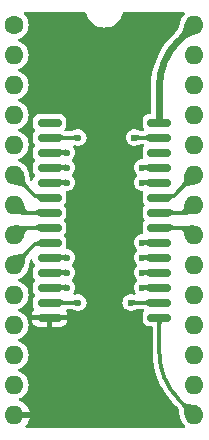
<source format=gbr>
%TF.GenerationSoftware,KiCad,Pcbnew,8.0.8*%
%TF.CreationDate,2025-02-02T11:15:27+01:00*%
%TF.ProjectId,NoTimekeeper,4e6f5469-6d65-46b6-9565-7065722e6b69,rev?*%
%TF.SameCoordinates,Original*%
%TF.FileFunction,Copper,L1,Top*%
%TF.FilePolarity,Positive*%
%FSLAX46Y46*%
G04 Gerber Fmt 4.6, Leading zero omitted, Abs format (unit mm)*
G04 Created by KiCad (PCBNEW 8.0.8) date 2025-02-02 11:15:27*
%MOMM*%
%LPD*%
G01*
G04 APERTURE LIST*
G04 Aperture macros list*
%AMRoundRect*
0 Rectangle with rounded corners*
0 $1 Rounding radius*
0 $2 $3 $4 $5 $6 $7 $8 $9 X,Y pos of 4 corners*
0 Add a 4 corners polygon primitive as box body*
4,1,4,$2,$3,$4,$5,$6,$7,$8,$9,$2,$3,0*
0 Add four circle primitives for the rounded corners*
1,1,$1+$1,$2,$3*
1,1,$1+$1,$4,$5*
1,1,$1+$1,$6,$7*
1,1,$1+$1,$8,$9*
0 Add four rect primitives between the rounded corners*
20,1,$1+$1,$2,$3,$4,$5,0*
20,1,$1+$1,$4,$5,$6,$7,0*
20,1,$1+$1,$6,$7,$8,$9,0*
20,1,$1+$1,$8,$9,$2,$3,0*%
G04 Aperture macros list end*
%TA.AperFunction,ComponentPad*%
%ADD10C,1.600000*%
%TD*%
%TA.AperFunction,ComponentPad*%
%ADD11O,1.600000X1.600000*%
%TD*%
%TA.AperFunction,SMDPad,CuDef*%
%ADD12RoundRect,0.150000X-0.875000X-0.150000X0.875000X-0.150000X0.875000X0.150000X-0.875000X0.150000X0*%
%TD*%
%TA.AperFunction,ViaPad*%
%ADD13C,0.600000*%
%TD*%
%TA.AperFunction,Conductor*%
%ADD14C,0.600000*%
%TD*%
%TA.AperFunction,Conductor*%
%ADD15C,0.300000*%
%TD*%
G04 APERTURE END LIST*
D10*
%TO.P,U4,1,FT*%
%TO.N,unconnected-(U4-FT-Pad1)*%
X110185000Y-53505000D03*
D11*
%TO.P,U4,2,A12*%
%TO.N,/A12*%
X110185000Y-56045000D03*
%TO.P,U4,3,A7*%
%TO.N,/A7*%
X110185000Y-58585000D03*
%TO.P,U4,4,A6*%
%TO.N,/A6*%
X110185000Y-61125000D03*
%TO.P,U4,5,A5*%
%TO.N,/A5*%
X110185000Y-63665000D03*
%TO.P,U4,6,A4*%
%TO.N,/A4*%
X110185000Y-66205000D03*
%TO.P,U4,7,A3*%
%TO.N,/A3*%
X110185000Y-68745000D03*
%TO.P,U4,8,A2*%
%TO.N,/A2*%
X110185000Y-71285000D03*
%TO.P,U4,9,A1*%
%TO.N,/A1*%
X110185000Y-73825000D03*
%TO.P,U4,10,A0*%
%TO.N,/A0*%
X110185000Y-76365000D03*
%TO.P,U4,11,DQ0*%
%TO.N,/D0*%
X110185000Y-78905000D03*
%TO.P,U4,12,DQ1*%
%TO.N,/D1*%
X110185000Y-81445000D03*
%TO.P,U4,13,DQ2*%
%TO.N,/D2*%
X110185000Y-83985000D03*
%TO.P,U4,14,VSS*%
%TO.N,GND*%
X110185000Y-86525000D03*
%TO.P,U4,15,DQ3*%
%TO.N,/D3*%
X125425000Y-86525000D03*
%TO.P,U4,16,DQ4*%
%TO.N,/D4*%
X125425000Y-83985000D03*
%TO.P,U4,17,DQ5*%
%TO.N,/D5*%
X125425000Y-81445000D03*
%TO.P,U4,18,DQ6*%
%TO.N,/D6*%
X125425000Y-78905000D03*
%TO.P,U4,19,DQ7*%
%TO.N,/D7*%
X125425000Y-76365000D03*
%TO.P,U4,20,~{E1}*%
%TO.N,/~{E1}*%
X125425000Y-73825000D03*
%TO.P,U4,21,A10*%
%TO.N,/A10*%
X125425000Y-71285000D03*
%TO.P,U4,22,~{G}*%
%TO.N,/~{OE}*%
X125425000Y-68745000D03*
%TO.P,U4,23,A11*%
%TO.N,/A11*%
X125425000Y-66205000D03*
%TO.P,U4,24,A9*%
%TO.N,/A9*%
X125425000Y-63665000D03*
%TO.P,U4,25,A8*%
%TO.N,/A8*%
X125425000Y-61125000D03*
%TO.P,U4,26,E2*%
%TO.N,/E2*%
X125425000Y-58585000D03*
%TO.P,U4,27,~{W}*%
%TO.N,/~{WE}*%
X125425000Y-56045000D03*
%TO.P,U4,28,VCC*%
%TO.N,+5V*%
X125425000Y-53505000D03*
%TD*%
D12*
%TO.P,U1,1*%
%TO.N,N/C*%
X113155000Y-61768724D03*
%TO.P,U1,2,A12*%
%TO.N,/A12*%
X113155000Y-63038724D03*
%TO.P,U1,3,A7*%
%TO.N,/A7*%
X113155000Y-64308724D03*
%TO.P,U1,4,A6*%
%TO.N,/A6*%
X113155000Y-65578724D03*
%TO.P,U1,5,A5*%
%TO.N,/A5*%
X113155000Y-66848724D03*
%TO.P,U1,6,A4*%
%TO.N,/A4*%
X113155000Y-68118724D03*
%TO.P,U1,7,A3*%
%TO.N,/A3*%
X113155000Y-69388724D03*
%TO.P,U1,8,A2*%
%TO.N,/A2*%
X113155000Y-70658724D03*
%TO.P,U1,9,A1*%
%TO.N,/A1*%
X113155000Y-71928724D03*
%TO.P,U1,10,A0*%
%TO.N,/A0*%
X113155000Y-73198724D03*
%TO.P,U1,11,DQ0*%
%TO.N,/D0*%
X113155000Y-74468724D03*
%TO.P,U1,12,DQ1*%
%TO.N,/D1*%
X113155000Y-75738724D03*
%TO.P,U1,13,DQ2*%
%TO.N,/D2*%
X113155000Y-77008724D03*
%TO.P,U1,14,VSS*%
%TO.N,GND*%
X113155000Y-78278724D03*
%TO.P,U1,15,DQ3*%
%TO.N,/D3*%
X122455000Y-78278724D03*
%TO.P,U1,16,DQ4*%
%TO.N,/D4*%
X122455000Y-77008724D03*
%TO.P,U1,17,DQ5*%
%TO.N,/D5*%
X122455000Y-75738724D03*
%TO.P,U1,18,DQ6*%
%TO.N,/D6*%
X122455000Y-74468724D03*
%TO.P,U1,19,DQ7*%
%TO.N,/D7*%
X122455000Y-73198724D03*
%TO.P,U1,20,~{CE}*%
%TO.N,/~{CE}*%
X122455000Y-71928724D03*
%TO.P,U1,21,A10*%
%TO.N,/A10*%
X122455000Y-70658724D03*
%TO.P,U1,22,~{OE}*%
%TO.N,/~{OE}*%
X122455000Y-69388724D03*
%TO.P,U1,23,A11*%
%TO.N,/A11*%
X122455000Y-68118724D03*
%TO.P,U1,24,A9*%
%TO.N,/A9*%
X122455000Y-66848724D03*
%TO.P,U1,25,A8*%
%TO.N,/A8*%
X122455000Y-65578724D03*
%TO.P,U1,26*%
%TO.N,N/C*%
X122455000Y-64308724D03*
%TO.P,U1,27,~{WE}*%
%TO.N,/~{WE}*%
X122455000Y-63038724D03*
%TO.P,U1,28,VDD*%
%TO.N,+5V*%
X122455000Y-61768724D03*
%TD*%
D13*
%TO.N,GND*%
X120345000Y-85255000D03*
X120345000Y-54775000D03*
X118742500Y-66213724D03*
X115265000Y-85255000D03*
X118598750Y-72578724D03*
X118742500Y-63673724D03*
X115265000Y-54775000D03*
%TO.N,/D4*%
X120027500Y-77008724D03*
%TO.N,/D5*%
X120980000Y-75738724D03*
%TO.N,/A5*%
X114630000Y-66848724D03*
%TO.N,/D2*%
X115582500Y-77008724D03*
%TO.N,/~{CE}*%
X120980000Y-71928724D03*
%TO.N,/A6*%
X114630000Y-65578724D03*
%TO.N,/D0*%
X114630000Y-74468724D03*
%TO.N,/D7*%
X120980000Y-73198724D03*
%TO.N,/A8*%
X120980000Y-65578724D03*
%TO.N,/A0*%
X114630000Y-73198724D03*
%TO.N,/D1*%
X114630000Y-75738724D03*
%TO.N,/D6*%
X120980000Y-74468724D03*
%TO.N,/A7*%
X114630000Y-64308724D03*
%TO.N,/A9*%
X120980000Y-66848724D03*
%TO.N,/~{WE}*%
X120345000Y-63038724D03*
%TO.N,/A12*%
X115582500Y-63038724D03*
%TD*%
D14*
%TO.N,+5V*%
X125425000Y-53505000D02*
X124051243Y-54878757D01*
X122455000Y-58732429D02*
X122455000Y-61768724D01*
X122455000Y-58732429D02*
G75*
G02*
X124051232Y-54878746I5449900J29D01*
G01*
D15*
%TO.N,/D4*%
X122455000Y-77008724D02*
X120027500Y-77008724D01*
%TO.N,/A4*%
X113155000Y-68118724D02*
X112305831Y-68118724D01*
X111952277Y-67972277D02*
X110185000Y-66205000D01*
X112305831Y-68118724D02*
G75*
G02*
X111952257Y-67972297I-31J500024D01*
G01*
%TO.N,/A3*%
X113155000Y-69388724D02*
X110828724Y-69388724D01*
X110828724Y-69388724D02*
X110185000Y-68745000D01*
%TO.N,/D5*%
X122455000Y-75738724D02*
X120980000Y-75738724D01*
%TO.N,/A5*%
X113155000Y-66848724D02*
X114630000Y-66848724D01*
%TO.N,/D2*%
X113155000Y-77008724D02*
X115582500Y-77008724D01*
%TO.N,/A10*%
X124798724Y-70658724D02*
X125425000Y-71285000D01*
X122455000Y-70658724D02*
X124798724Y-70658724D01*
%TO.N,/~{CE}*%
X122455000Y-71928724D02*
X120980000Y-71928724D01*
%TO.N,/A6*%
X113155000Y-65578724D02*
X114630000Y-65578724D01*
%TO.N,/D0*%
X113155000Y-74468724D02*
X114630000Y-74468724D01*
%TO.N,/D7*%
X122455000Y-73198724D02*
X120980000Y-73198724D01*
%TO.N,/A8*%
X122455000Y-65578724D02*
X120980000Y-65578724D01*
%TO.N,/A0*%
X113155000Y-73198724D02*
X114630000Y-73198724D01*
%TO.N,/D1*%
X113155000Y-75738724D02*
X114630000Y-75738724D01*
%TO.N,/D6*%
X122455000Y-74468724D02*
X120980000Y-74468724D01*
%TO.N,/~{OE}*%
X124781276Y-69388724D02*
X125425000Y-68745000D01*
X122455000Y-69388724D02*
X124781276Y-69388724D01*
%TO.N,/A7*%
X113155000Y-64308724D02*
X114630000Y-64308724D01*
%TO.N,/A9*%
X122455000Y-66848724D02*
X120980000Y-66848724D01*
%TO.N,/D3*%
X122455000Y-78278724D02*
X122455000Y-81264479D01*
X124074643Y-85174643D02*
X125425000Y-86525000D01*
X122455000Y-81264479D02*
G75*
G03*
X124074634Y-85174652I5529800J-21D01*
G01*
%TO.N,/~{WE}*%
X122455000Y-63038724D02*
X120345000Y-63038724D01*
%TO.N,/A11*%
X122455000Y-68118724D02*
X123304169Y-68118724D01*
X123657723Y-67972277D02*
X125425000Y-66205000D01*
X123304169Y-68118724D02*
G75*
G03*
X123657743Y-67972297I31J500024D01*
G01*
%TO.N,/A1*%
X111934829Y-72075171D02*
X110185000Y-73825000D01*
X113155000Y-71928724D02*
X112288383Y-71928724D01*
X111934829Y-72075171D02*
G75*
G02*
X112288383Y-71928705I353571J-353529D01*
G01*
%TO.N,/A12*%
X113155000Y-63038724D02*
X115582500Y-63038724D01*
%TO.N,/A2*%
X110811276Y-70658724D02*
X110185000Y-71285000D01*
X113155000Y-70658724D02*
X110811276Y-70658724D01*
%TD*%
%TA.AperFunction,Conductor*%
%TO.N,GND*%
G36*
X116187301Y-52437685D02*
G01*
X116233056Y-52490489D01*
X116238753Y-52505449D01*
X116294465Y-52686061D01*
X116300460Y-52705494D01*
X116405265Y-52923127D01*
X116405266Y-52923128D01*
X116405268Y-52923131D01*
X116405270Y-52923135D01*
X116500895Y-53063390D01*
X116541350Y-53122727D01*
X116705653Y-53299805D01*
X116705657Y-53299808D01*
X116705658Y-53299809D01*
X116894523Y-53450424D01*
X117103727Y-53571208D01*
X117328596Y-53659463D01*
X117564108Y-53713217D01*
X117604256Y-53716225D01*
X117804995Y-53731269D01*
X117805000Y-53731269D01*
X117805005Y-53731269D01*
X117977065Y-53718374D01*
X118045892Y-53713217D01*
X118281404Y-53659463D01*
X118506273Y-53571208D01*
X118715477Y-53450424D01*
X118904342Y-53299809D01*
X119068650Y-53122727D01*
X119204730Y-52923135D01*
X119309542Y-52705489D01*
X119371247Y-52505449D01*
X119409818Y-52447191D01*
X119473763Y-52419033D01*
X119489738Y-52418000D01*
X124515340Y-52418000D01*
X124582379Y-52437685D01*
X124628134Y-52490489D01*
X124638078Y-52559647D01*
X124609053Y-52623203D01*
X124598878Y-52633637D01*
X124534020Y-52692761D01*
X124399943Y-52870308D01*
X124399938Y-52870316D01*
X124306506Y-53057951D01*
X124303580Y-53063390D01*
X124301216Y-53068320D01*
X124300243Y-53070834D01*
X124297604Y-53078721D01*
X124240275Y-53227248D01*
X124237025Y-53235967D01*
X124236869Y-53236398D01*
X124233609Y-53245818D01*
X124190826Y-53374508D01*
X124190826Y-53374512D01*
X124184288Y-53394178D01*
X124182237Y-53400523D01*
X124182116Y-53400908D01*
X124182104Y-53400948D01*
X124179893Y-53408216D01*
X124142261Y-53536389D01*
X124141181Y-53540140D01*
X124111258Y-53645873D01*
X124110226Y-53649327D01*
X124085745Y-53727124D01*
X124082751Y-53735561D01*
X124060670Y-53791317D01*
X124055370Y-53802919D01*
X124029368Y-53852865D01*
X124022467Y-53864519D01*
X123981627Y-53925611D01*
X123974625Y-53935078D01*
X123906728Y-54018311D01*
X123900768Y-54025097D01*
X123794598Y-54137446D01*
X123777257Y-54157024D01*
X123773797Y-54161768D01*
X123773544Y-54161583D01*
X123758861Y-54180480D01*
X123593470Y-54345871D01*
X123593423Y-54345896D01*
X123400599Y-54538721D01*
X123400575Y-54538747D01*
X123112879Y-54870766D01*
X122849611Y-55222454D01*
X122849608Y-55222459D01*
X122612077Y-55592066D01*
X122401545Y-55977630D01*
X122401535Y-55977649D01*
X122219045Y-56377250D01*
X122065511Y-56788893D01*
X121941741Y-57210420D01*
X121941738Y-57210431D01*
X121848359Y-57639701D01*
X121785838Y-58074563D01*
X121754499Y-58512766D01*
X121754499Y-58512770D01*
X121754500Y-58663436D01*
X121754500Y-60944224D01*
X121734815Y-61011263D01*
X121682011Y-61057018D01*
X121630500Y-61068224D01*
X121536898Y-61068224D01*
X121497853Y-61072912D01*
X121448438Y-61078846D01*
X121307656Y-61134363D01*
X121187077Y-61225801D01*
X121095639Y-61346380D01*
X121040122Y-61487162D01*
X121034188Y-61536577D01*
X121029500Y-61575622D01*
X121029500Y-61961826D01*
X121035126Y-62008678D01*
X121040122Y-62050285D01*
X121095639Y-62191067D01*
X121169088Y-62287923D01*
X121193911Y-62353234D01*
X121179483Y-62421598D01*
X121130386Y-62471309D01*
X121094528Y-62484455D01*
X121089639Y-62485429D01*
X121089636Y-62485430D01*
X121089632Y-62485430D01*
X121087626Y-62485831D01*
X121063382Y-62488224D01*
X120979488Y-62488224D01*
X120958352Y-62486409D01*
X120947599Y-62484549D01*
X120939235Y-62483102D01*
X120939231Y-62483101D01*
X120939228Y-62483101D01*
X120939226Y-62483100D01*
X120939218Y-62483100D01*
X120895962Y-62482485D01*
X120895877Y-62482485D01*
X120894241Y-62482461D01*
X120893013Y-62482444D01*
X120888097Y-62482276D01*
X120878203Y-62481741D01*
X120878186Y-62481739D01*
X120857816Y-62480638D01*
X120850600Y-62480036D01*
X120840796Y-62478929D01*
X120812395Y-62472269D01*
X120809219Y-62471116D01*
X120803464Y-62468863D01*
X120781744Y-62459729D01*
X120779333Y-62458685D01*
X120762166Y-62451033D01*
X120744097Y-62442979D01*
X120743952Y-62442908D01*
X120739846Y-62441085D01*
X120739671Y-62441007D01*
X120736905Y-62439774D01*
X120736761Y-62439715D01*
X120715066Y-62430082D01*
X120687482Y-62417834D01*
X120681820Y-62415371D01*
X120681803Y-62415363D01*
X120681753Y-62415342D01*
X120629475Y-62393076D01*
X120629469Y-62393074D01*
X120629465Y-62393072D01*
X120620221Y-62389594D01*
X120610843Y-62386065D01*
X120596895Y-62379810D01*
X120595225Y-62378934D01*
X120430056Y-62338224D01*
X120259944Y-62338224D01*
X120094773Y-62378934D01*
X119944150Y-62457987D01*
X119816816Y-62570796D01*
X119720182Y-62710792D01*
X119659860Y-62869849D01*
X119659859Y-62869854D01*
X119639355Y-63038724D01*
X119659859Y-63207593D01*
X119659860Y-63207598D01*
X119720182Y-63366655D01*
X119773199Y-63443462D01*
X119816817Y-63506653D01*
X119901467Y-63581646D01*
X119944150Y-63619460D01*
X120087575Y-63694735D01*
X120094775Y-63698514D01*
X120259944Y-63739224D01*
X120430056Y-63739224D01*
X120595221Y-63698515D01*
X120595221Y-63698514D01*
X120595225Y-63698514D01*
X120602429Y-63694732D01*
X120624998Y-63686124D01*
X120624921Y-63685894D01*
X120629538Y-63684341D01*
X120629546Y-63684340D01*
X120681747Y-63662106D01*
X120684779Y-63660800D01*
X120684942Y-63660729D01*
X120687573Y-63659572D01*
X120739174Y-63636658D01*
X120739279Y-63636613D01*
X120739931Y-63636323D01*
X120740157Y-63636222D01*
X120782395Y-63617466D01*
X120784573Y-63616524D01*
X120803484Y-63608572D01*
X120809197Y-63606337D01*
X120812424Y-63605165D01*
X120840786Y-63598517D01*
X120850636Y-63597405D01*
X120857810Y-63596807D01*
X120888084Y-63595169D01*
X120893009Y-63595001D01*
X120939218Y-63594346D01*
X120968165Y-63592900D01*
X120968329Y-63592859D01*
X120968983Y-63592779D01*
X120974082Y-63592028D01*
X120974100Y-63592155D01*
X120998133Y-63589224D01*
X121070242Y-63589224D01*
X121101058Y-63593114D01*
X121101974Y-63593350D01*
X121162014Y-63629078D01*
X121193208Y-63691598D01*
X121185650Y-63761057D01*
X121169954Y-63788382D01*
X121095639Y-63886380D01*
X121040122Y-64027162D01*
X121034188Y-64076577D01*
X121029500Y-64115622D01*
X121029500Y-64501826D01*
X121038437Y-64576249D01*
X121040123Y-64590289D01*
X121086832Y-64708734D01*
X121093114Y-64778321D01*
X121060777Y-64840257D01*
X121000089Y-64874878D01*
X120971478Y-64878224D01*
X120894944Y-64878224D01*
X120729773Y-64918934D01*
X120579150Y-64997987D01*
X120451816Y-65110796D01*
X120355182Y-65250792D01*
X120294860Y-65409849D01*
X120294859Y-65409854D01*
X120274355Y-65578724D01*
X120294859Y-65747593D01*
X120294860Y-65747598D01*
X120355182Y-65906655D01*
X120451818Y-66046654D01*
X120535634Y-66120909D01*
X120572761Y-66180098D01*
X120571993Y-66249964D01*
X120535634Y-66306539D01*
X120451818Y-66380793D01*
X120355182Y-66520792D01*
X120294860Y-66679849D01*
X120294859Y-66679854D01*
X120274355Y-66848724D01*
X120294859Y-67017593D01*
X120294860Y-67017598D01*
X120355182Y-67176655D01*
X120417475Y-67266901D01*
X120451817Y-67316653D01*
X120543231Y-67397638D01*
X120579150Y-67429460D01*
X120727818Y-67507487D01*
X120729775Y-67508514D01*
X120894944Y-67549224D01*
X120971478Y-67549224D01*
X121038517Y-67568909D01*
X121084272Y-67621713D01*
X121094216Y-67690871D01*
X121086832Y-67718714D01*
X121040123Y-67837158D01*
X121040123Y-67837160D01*
X121029500Y-67925622D01*
X121029500Y-68311826D01*
X121031950Y-68332224D01*
X121040122Y-68400285D01*
X121040122Y-68400287D01*
X121040123Y-68400288D01*
X121047905Y-68420022D01*
X121095639Y-68541067D01*
X121187079Y-68661648D01*
X121191474Y-68666043D01*
X121224959Y-68727366D01*
X121219975Y-68797058D01*
X121191474Y-68841405D01*
X121187079Y-68845799D01*
X121095639Y-68966380D01*
X121040122Y-69107162D01*
X121034188Y-69156577D01*
X121029500Y-69195622D01*
X121029500Y-69581826D01*
X121035126Y-69628678D01*
X121040122Y-69670285D01*
X121095639Y-69811067D01*
X121187079Y-69931648D01*
X121191474Y-69936043D01*
X121224959Y-69997366D01*
X121219975Y-70067058D01*
X121191474Y-70111405D01*
X121187079Y-70115799D01*
X121095639Y-70236380D01*
X121040122Y-70377162D01*
X121034188Y-70426577D01*
X121029500Y-70465622D01*
X121029500Y-70851826D01*
X121038605Y-70927650D01*
X121040123Y-70940289D01*
X121086832Y-71058734D01*
X121093114Y-71128321D01*
X121060777Y-71190257D01*
X121000089Y-71224878D01*
X120971478Y-71228224D01*
X120894944Y-71228224D01*
X120729773Y-71268934D01*
X120579150Y-71347987D01*
X120451816Y-71460796D01*
X120355182Y-71600792D01*
X120294860Y-71759849D01*
X120294859Y-71759854D01*
X120274355Y-71928724D01*
X120294859Y-72097593D01*
X120294860Y-72097598D01*
X120355182Y-72256655D01*
X120451818Y-72396654D01*
X120535634Y-72470909D01*
X120572761Y-72530098D01*
X120571993Y-72599964D01*
X120535634Y-72656539D01*
X120451818Y-72730793D01*
X120355182Y-72870792D01*
X120294860Y-73029849D01*
X120294859Y-73029854D01*
X120274355Y-73198724D01*
X120294859Y-73367593D01*
X120294860Y-73367598D01*
X120355182Y-73526655D01*
X120451818Y-73666654D01*
X120535634Y-73740909D01*
X120572761Y-73800098D01*
X120571993Y-73869964D01*
X120535634Y-73926539D01*
X120451818Y-74000793D01*
X120355182Y-74140792D01*
X120294860Y-74299849D01*
X120294859Y-74299854D01*
X120274355Y-74468724D01*
X120294859Y-74637593D01*
X120294860Y-74637598D01*
X120355182Y-74796655D01*
X120451818Y-74936654D01*
X120535634Y-75010909D01*
X120572761Y-75070098D01*
X120571993Y-75139964D01*
X120535634Y-75196539D01*
X120451818Y-75270793D01*
X120355182Y-75410792D01*
X120294860Y-75569849D01*
X120294859Y-75569854D01*
X120274355Y-75738724D01*
X120294859Y-75907593D01*
X120294860Y-75907598D01*
X120355182Y-76066655D01*
X120420535Y-76161334D01*
X120442418Y-76227688D01*
X120424953Y-76295340D01*
X120373685Y-76342810D01*
X120304892Y-76355027D01*
X120285121Y-76350268D01*
X120285008Y-76350729D01*
X120112556Y-76308224D01*
X119942444Y-76308224D01*
X119777273Y-76348934D01*
X119626650Y-76427987D01*
X119499316Y-76540796D01*
X119402682Y-76680792D01*
X119342360Y-76839849D01*
X119342359Y-76839854D01*
X119321855Y-77008724D01*
X119342359Y-77177593D01*
X119342360Y-77177598D01*
X119402682Y-77336655D01*
X119464975Y-77426901D01*
X119499317Y-77476653D01*
X119554373Y-77525428D01*
X119626650Y-77589460D01*
X119770075Y-77664735D01*
X119777275Y-77668514D01*
X119942444Y-77709224D01*
X120112556Y-77709224D01*
X120277721Y-77668515D01*
X120277721Y-77668514D01*
X120277725Y-77668514D01*
X120284929Y-77664732D01*
X120307498Y-77656124D01*
X120307421Y-77655894D01*
X120312038Y-77654341D01*
X120312046Y-77654340D01*
X120364247Y-77632106D01*
X120367279Y-77630800D01*
X120367442Y-77630729D01*
X120367629Y-77630647D01*
X120368089Y-77630444D01*
X120370073Y-77629572D01*
X120421674Y-77606658D01*
X120421779Y-77606613D01*
X120422431Y-77606323D01*
X120422657Y-77606222D01*
X120464895Y-77587466D01*
X120467073Y-77586524D01*
X120485984Y-77578572D01*
X120491697Y-77576337D01*
X120494924Y-77575165D01*
X120523286Y-77568517D01*
X120533136Y-77567405D01*
X120540310Y-77566807D01*
X120570584Y-77565169D01*
X120575509Y-77565001D01*
X120621718Y-77564346D01*
X120650665Y-77562900D01*
X120650829Y-77562859D01*
X120651483Y-77562779D01*
X120656582Y-77562028D01*
X120656600Y-77562155D01*
X120680633Y-77559224D01*
X121070242Y-77559224D01*
X121101058Y-77563114D01*
X121101974Y-77563350D01*
X121162014Y-77599078D01*
X121193208Y-77661598D01*
X121185650Y-77731057D01*
X121169954Y-77758382D01*
X121095639Y-77856380D01*
X121040122Y-77997162D01*
X121034188Y-78046577D01*
X121029500Y-78085622D01*
X121029500Y-78471826D01*
X121035126Y-78518678D01*
X121040122Y-78560285D01*
X121095639Y-78701067D01*
X121187077Y-78821646D01*
X121307656Y-78913084D01*
X121307657Y-78913084D01*
X121307658Y-78913085D01*
X121448436Y-78968601D01*
X121536898Y-78979224D01*
X121780500Y-78979224D01*
X121847539Y-78998909D01*
X121893294Y-79051713D01*
X121904500Y-79103224D01*
X121904500Y-81344617D01*
X121904512Y-81344808D01*
X121904512Y-81481636D01*
X121935494Y-81914845D01*
X121935494Y-81914849D01*
X121997302Y-82344747D01*
X122089619Y-82769127D01*
X122089622Y-82769137D01*
X122211976Y-83185841D01*
X122211980Y-83185853D01*
X122211982Y-83185859D01*
X122347597Y-83549461D01*
X122363764Y-83592806D01*
X122544173Y-83987850D01*
X122544183Y-83987869D01*
X122752315Y-84369037D01*
X122752319Y-84369044D01*
X122752325Y-84369054D01*
X122987133Y-84734425D01*
X122987137Y-84734430D01*
X122987140Y-84734435D01*
X123247407Y-85082113D01*
X123340536Y-85189589D01*
X123531826Y-85410350D01*
X123629802Y-85508326D01*
X123629821Y-85508347D01*
X123872272Y-85750797D01*
X123888277Y-85770469D01*
X123894952Y-85780646D01*
X123994764Y-85890490D01*
X124004105Y-85902100D01*
X124052894Y-85970832D01*
X124062374Y-85986531D01*
X124085252Y-86031658D01*
X124092558Y-86049331D01*
X124105977Y-86090537D01*
X124109833Y-86105476D01*
X124121738Y-86167270D01*
X124123015Y-86175314D01*
X124135353Y-86273796D01*
X124135361Y-86273939D01*
X124135371Y-86273938D01*
X124150848Y-86398640D01*
X124152254Y-86408897D01*
X124152341Y-86409472D01*
X124153957Y-86419390D01*
X124178409Y-86558504D01*
X124181583Y-86574633D01*
X124181795Y-86575605D01*
X124185633Y-86591630D01*
X124226933Y-86749789D01*
X124232052Y-86767701D01*
X124232361Y-86768696D01*
X124238394Y-86786618D01*
X124296716Y-86947411D01*
X124299412Y-86955752D01*
X124300771Y-86960528D01*
X124302621Y-86964243D01*
X124304846Y-86968958D01*
X124320406Y-87003827D01*
X124320407Y-87003829D01*
X124320530Y-87003998D01*
X124331131Y-87021500D01*
X124399938Y-87159683D01*
X124399943Y-87159691D01*
X124534020Y-87337238D01*
X124598878Y-87396363D01*
X124635160Y-87456074D01*
X124633399Y-87525921D01*
X124594156Y-87583729D01*
X124529889Y-87611144D01*
X124515340Y-87612000D01*
X111235840Y-87612000D01*
X111168801Y-87592315D01*
X111123046Y-87539511D01*
X111113102Y-87470353D01*
X111142127Y-87406797D01*
X111148159Y-87400319D01*
X111184657Y-87363820D01*
X111315134Y-87177482D01*
X111411265Y-86971326D01*
X111411269Y-86971317D01*
X111463872Y-86775000D01*
X110500686Y-86775000D01*
X110505080Y-86770606D01*
X110557741Y-86679394D01*
X110585000Y-86577661D01*
X110585000Y-86472339D01*
X110557741Y-86370606D01*
X110505080Y-86279394D01*
X110500686Y-86275000D01*
X111463872Y-86275000D01*
X111463872Y-86274999D01*
X111411269Y-86078682D01*
X111411265Y-86078673D01*
X111315134Y-85872517D01*
X111184657Y-85686179D01*
X111023820Y-85525342D01*
X110837482Y-85394865D01*
X110661612Y-85312856D01*
X110609173Y-85266684D01*
X110590021Y-85199490D01*
X110610237Y-85132609D01*
X110663402Y-85087274D01*
X110669206Y-85084854D01*
X110696440Y-85074304D01*
X110722392Y-85064251D01*
X110722396Y-85064248D01*
X110722401Y-85064247D01*
X110911562Y-84947124D01*
X111075981Y-84797236D01*
X111210058Y-84619689D01*
X111309229Y-84420528D01*
X111370115Y-84206536D01*
X111390643Y-83985000D01*
X111370115Y-83763464D01*
X111309229Y-83549472D01*
X111272000Y-83474706D01*
X111210061Y-83350316D01*
X111210056Y-83350308D01*
X111075979Y-83172761D01*
X110911562Y-83022876D01*
X110911560Y-83022874D01*
X110722404Y-82905754D01*
X110722395Y-82905750D01*
X110628956Y-82869552D01*
X110528475Y-82830625D01*
X110473075Y-82788054D01*
X110449484Y-82722288D01*
X110465195Y-82654207D01*
X110515219Y-82605428D01*
X110528466Y-82599377D01*
X110722401Y-82524247D01*
X110911562Y-82407124D01*
X111075981Y-82257236D01*
X111210058Y-82079689D01*
X111309229Y-81880528D01*
X111370115Y-81666536D01*
X111390643Y-81445000D01*
X111370115Y-81223464D01*
X111309229Y-81009472D01*
X111272000Y-80934706D01*
X111210061Y-80810316D01*
X111210056Y-80810308D01*
X111075979Y-80632761D01*
X110911562Y-80482876D01*
X110911560Y-80482874D01*
X110722404Y-80365754D01*
X110722395Y-80365750D01*
X110628956Y-80329552D01*
X110528475Y-80290625D01*
X110473075Y-80248054D01*
X110449484Y-80182288D01*
X110465195Y-80114207D01*
X110515219Y-80065428D01*
X110528466Y-80059377D01*
X110722401Y-79984247D01*
X110911562Y-79867124D01*
X111075981Y-79717236D01*
X111210058Y-79539689D01*
X111309229Y-79340528D01*
X111370115Y-79126536D01*
X111390643Y-78905000D01*
X111370115Y-78683464D01*
X111326088Y-78528725D01*
X111632704Y-78528725D01*
X111632899Y-78531210D01*
X111678718Y-78688922D01*
X111762314Y-78830276D01*
X111762321Y-78830285D01*
X111878438Y-78946402D01*
X111878447Y-78946409D01*
X112019803Y-79030006D01*
X112019806Y-79030007D01*
X112177504Y-79075823D01*
X112177510Y-79075824D01*
X112214350Y-79078723D01*
X112214366Y-79078724D01*
X112905000Y-79078724D01*
X113405000Y-79078724D01*
X114095634Y-79078724D01*
X114095649Y-79078723D01*
X114132489Y-79075824D01*
X114132495Y-79075823D01*
X114290193Y-79030007D01*
X114290196Y-79030006D01*
X114431552Y-78946409D01*
X114431561Y-78946402D01*
X114547678Y-78830285D01*
X114547685Y-78830276D01*
X114631281Y-78688922D01*
X114677100Y-78531210D01*
X114677295Y-78528725D01*
X114677295Y-78528724D01*
X113405000Y-78528724D01*
X113405000Y-79078724D01*
X112905000Y-79078724D01*
X112905000Y-78528724D01*
X111632705Y-78528724D01*
X111632704Y-78528725D01*
X111326088Y-78528725D01*
X111309229Y-78469472D01*
X111272000Y-78394706D01*
X111210061Y-78270316D01*
X111210056Y-78270308D01*
X111075979Y-78092761D01*
X110911562Y-77942876D01*
X110911560Y-77942874D01*
X110722404Y-77825754D01*
X110722395Y-77825750D01*
X110628956Y-77789552D01*
X110528475Y-77750625D01*
X110473075Y-77708054D01*
X110449484Y-77642288D01*
X110465195Y-77574207D01*
X110515219Y-77525428D01*
X110528466Y-77519377D01*
X110722401Y-77444247D01*
X110911562Y-77327124D01*
X111075586Y-77177596D01*
X111075979Y-77177238D01*
X111084982Y-77165317D01*
X111210058Y-76999689D01*
X111309229Y-76800528D01*
X111370115Y-76586536D01*
X111390643Y-76365000D01*
X111389120Y-76348569D01*
X111370115Y-76143464D01*
X111370114Y-76143462D01*
X111348261Y-76066657D01*
X111309229Y-75929472D01*
X111298336Y-75907596D01*
X111210061Y-75730316D01*
X111210056Y-75730308D01*
X111075979Y-75552761D01*
X110911562Y-75402876D01*
X110911560Y-75402874D01*
X110722404Y-75285754D01*
X110722395Y-75285750D01*
X110628956Y-75249552D01*
X110528475Y-75210625D01*
X110473075Y-75168054D01*
X110449484Y-75102288D01*
X110465195Y-75034207D01*
X110515219Y-74985428D01*
X110528466Y-74979377D01*
X110722401Y-74904247D01*
X110911562Y-74787124D01*
X111075586Y-74637596D01*
X111075979Y-74637238D01*
X111084982Y-74625317D01*
X111210058Y-74459689D01*
X111309229Y-74260528D01*
X111310590Y-74255740D01*
X111313279Y-74247415D01*
X111371602Y-74086623D01*
X111377638Y-74068689D01*
X111377959Y-74067656D01*
X111383068Y-74049778D01*
X111424357Y-73891662D01*
X111428204Y-73875597D01*
X111428407Y-73874666D01*
X111430502Y-73864016D01*
X111431594Y-73858475D01*
X111452127Y-73741648D01*
X111456032Y-73719432D01*
X111457627Y-73709658D01*
X111457715Y-73709074D01*
X111459154Y-73698600D01*
X111474685Y-73573471D01*
X111474684Y-73573468D01*
X111486982Y-73475307D01*
X111488258Y-73467275D01*
X111492242Y-73446596D01*
X111524254Y-73384491D01*
X111584760Y-73349551D01*
X111654551Y-73352871D01*
X111711468Y-73393395D01*
X111737119Y-73455271D01*
X111740122Y-73480285D01*
X111795639Y-73621067D01*
X111887079Y-73741648D01*
X111891474Y-73746043D01*
X111924959Y-73807366D01*
X111919975Y-73877058D01*
X111891474Y-73921405D01*
X111887079Y-73925799D01*
X111795639Y-74046380D01*
X111740122Y-74187162D01*
X111734188Y-74236577D01*
X111729500Y-74275622D01*
X111729500Y-74661826D01*
X111735126Y-74708678D01*
X111740122Y-74750285D01*
X111795639Y-74891067D01*
X111887079Y-75011648D01*
X111891474Y-75016043D01*
X111924959Y-75077366D01*
X111919975Y-75147058D01*
X111891474Y-75191405D01*
X111887079Y-75195799D01*
X111795639Y-75316380D01*
X111740122Y-75457162D01*
X111734188Y-75506577D01*
X111729500Y-75545622D01*
X111729500Y-75931826D01*
X111735126Y-75978678D01*
X111740122Y-76020285D01*
X111795639Y-76161067D01*
X111887079Y-76281648D01*
X111891474Y-76286043D01*
X111924959Y-76347366D01*
X111919975Y-76417058D01*
X111891474Y-76461405D01*
X111887079Y-76465799D01*
X111795639Y-76586380D01*
X111740122Y-76727162D01*
X111734188Y-76776577D01*
X111729500Y-76815622D01*
X111729500Y-77201826D01*
X111735126Y-77248678D01*
X111740122Y-77290285D01*
X111795639Y-77431067D01*
X111843638Y-77494363D01*
X111868461Y-77559675D01*
X111854033Y-77628038D01*
X111832515Y-77656969D01*
X111762321Y-77727162D01*
X111762314Y-77727171D01*
X111678718Y-77868525D01*
X111632899Y-78026237D01*
X111632704Y-78028722D01*
X111632705Y-78028724D01*
X114677295Y-78028724D01*
X114677295Y-78028722D01*
X114677100Y-78026237D01*
X114631281Y-77868525D01*
X114559024Y-77746345D01*
X114541841Y-77678621D01*
X114564001Y-77612359D01*
X114618467Y-77568595D01*
X114665756Y-77559224D01*
X114948023Y-77559224D01*
X114969155Y-77561038D01*
X114988281Y-77564346D01*
X115034486Y-77565001D01*
X115039415Y-77565170D01*
X115045518Y-77565500D01*
X115069679Y-77566806D01*
X115076881Y-77567407D01*
X115086702Y-77568516D01*
X115115100Y-77575175D01*
X115117942Y-77576207D01*
X115117983Y-77576222D01*
X115117986Y-77576223D01*
X115118330Y-77576348D01*
X115124022Y-77578576D01*
X115145779Y-77587725D01*
X115148071Y-77588718D01*
X115160629Y-77594316D01*
X115183454Y-77604490D01*
X115183578Y-77604550D01*
X115186957Y-77606051D01*
X115187253Y-77606183D01*
X115187260Y-77606186D01*
X115187263Y-77606187D01*
X115187434Y-77606263D01*
X115188435Y-77606709D01*
X115188492Y-77606733D01*
X115239925Y-77629572D01*
X115240085Y-77629643D01*
X115242367Y-77630647D01*
X115242547Y-77630725D01*
X115242556Y-77630729D01*
X115242719Y-77630800D01*
X115245754Y-77632107D01*
X115283264Y-77648083D01*
X115283264Y-77648084D01*
X115298019Y-77654369D01*
X115314573Y-77660598D01*
X115316659Y-77661383D01*
X115330618Y-77667644D01*
X115332275Y-77668514D01*
X115497444Y-77709224D01*
X115667556Y-77709224D01*
X115832725Y-77668514D01*
X115917773Y-77623877D01*
X115983349Y-77589460D01*
X115983350Y-77589458D01*
X115983352Y-77589458D01*
X116110683Y-77476653D01*
X116207318Y-77336654D01*
X116267640Y-77177596D01*
X116288145Y-77008724D01*
X116267640Y-76839852D01*
X116207318Y-76680794D01*
X116110683Y-76540795D01*
X116010956Y-76452445D01*
X115983349Y-76427987D01*
X115832726Y-76348934D01*
X115667556Y-76308224D01*
X115497444Y-76308224D01*
X115332275Y-76348934D01*
X115332274Y-76348934D01*
X115324993Y-76350729D01*
X115324460Y-76348569D01*
X115265803Y-76353079D01*
X115204302Y-76319922D01*
X115170490Y-76258779D01*
X115175103Y-76189061D01*
X115189463Y-76161335D01*
X115254818Y-76066654D01*
X115315140Y-75907596D01*
X115335645Y-75738724D01*
X115315140Y-75569852D01*
X115308659Y-75552764D01*
X115254817Y-75410792D01*
X115220476Y-75361042D01*
X115158183Y-75270795D01*
X115074363Y-75196537D01*
X115037238Y-75137350D01*
X115038006Y-75067485D01*
X115074363Y-75010910D01*
X115158183Y-74936653D01*
X115254818Y-74796654D01*
X115315140Y-74637596D01*
X115335645Y-74468724D01*
X115315140Y-74299852D01*
X115254818Y-74140794D01*
X115158183Y-74000795D01*
X115074363Y-73926537D01*
X115037238Y-73867350D01*
X115038006Y-73797485D01*
X115074363Y-73740910D01*
X115158183Y-73666653D01*
X115254818Y-73526654D01*
X115315140Y-73367596D01*
X115335645Y-73198724D01*
X115315140Y-73029852D01*
X115308659Y-73012764D01*
X115254817Y-72870792D01*
X115220476Y-72821042D01*
X115158183Y-72730795D01*
X115053885Y-72638395D01*
X115030849Y-72617987D01*
X114880226Y-72538934D01*
X114715056Y-72498224D01*
X114638522Y-72498224D01*
X114571483Y-72478539D01*
X114525728Y-72425735D01*
X114515784Y-72356577D01*
X114523168Y-72328734D01*
X114551592Y-72256655D01*
X114569877Y-72210288D01*
X114580500Y-72121826D01*
X114580500Y-71735622D01*
X114569877Y-71647160D01*
X114514361Y-71506382D01*
X114514360Y-71506381D01*
X114514360Y-71506380D01*
X114422920Y-71385799D01*
X114418526Y-71381405D01*
X114385041Y-71320082D01*
X114390025Y-71250390D01*
X114418526Y-71206043D01*
X114422920Y-71201648D01*
X114431559Y-71190257D01*
X114514361Y-71081066D01*
X114569877Y-70940288D01*
X114580500Y-70851826D01*
X114580500Y-70465622D01*
X114569877Y-70377160D01*
X114514361Y-70236382D01*
X114514360Y-70236381D01*
X114514360Y-70236380D01*
X114422920Y-70115799D01*
X114418526Y-70111405D01*
X114385041Y-70050082D01*
X114390025Y-69980390D01*
X114418526Y-69936043D01*
X114422920Y-69931648D01*
X114442804Y-69905428D01*
X114514361Y-69811066D01*
X114569877Y-69670288D01*
X114580500Y-69581826D01*
X114580500Y-69195622D01*
X114569877Y-69107160D01*
X114514361Y-68966382D01*
X114514360Y-68966381D01*
X114514360Y-68966380D01*
X114422920Y-68845799D01*
X114418526Y-68841405D01*
X114385041Y-68780082D01*
X114390025Y-68710390D01*
X114418526Y-68666043D01*
X114422920Y-68661648D01*
X114423876Y-68660388D01*
X114514361Y-68541066D01*
X114569877Y-68400288D01*
X114580500Y-68311826D01*
X114580500Y-67925622D01*
X114569877Y-67837160D01*
X114523168Y-67718714D01*
X114516886Y-67649127D01*
X114549223Y-67587191D01*
X114609911Y-67552570D01*
X114638522Y-67549224D01*
X114715056Y-67549224D01*
X114880225Y-67508514D01*
X115002465Y-67444357D01*
X115030849Y-67429460D01*
X115030850Y-67429458D01*
X115030852Y-67429458D01*
X115158183Y-67316653D01*
X115254818Y-67176654D01*
X115315140Y-67017596D01*
X115335645Y-66848724D01*
X115315140Y-66679852D01*
X115254818Y-66520794D01*
X115158183Y-66380795D01*
X115074363Y-66306537D01*
X115037238Y-66247350D01*
X115038006Y-66177485D01*
X115074363Y-66120910D01*
X115158183Y-66046653D01*
X115254818Y-65906654D01*
X115315140Y-65747596D01*
X115335645Y-65578724D01*
X115315140Y-65409852D01*
X115308659Y-65392764D01*
X115254817Y-65250792D01*
X115220476Y-65201042D01*
X115158183Y-65110795D01*
X115074363Y-65036537D01*
X115037238Y-64977350D01*
X115038006Y-64907485D01*
X115074363Y-64850910D01*
X115158183Y-64776653D01*
X115254818Y-64636654D01*
X115315140Y-64477596D01*
X115335645Y-64308724D01*
X115315140Y-64139852D01*
X115254818Y-63980794D01*
X115189464Y-63886113D01*
X115167581Y-63819759D01*
X115185046Y-63752107D01*
X115236314Y-63704637D01*
X115305107Y-63692420D01*
X115324876Y-63697179D01*
X115324990Y-63696718D01*
X115332273Y-63698513D01*
X115332275Y-63698514D01*
X115497444Y-63739224D01*
X115667556Y-63739224D01*
X115832725Y-63698514D01*
X115927191Y-63648934D01*
X115983349Y-63619460D01*
X115983350Y-63619458D01*
X115983352Y-63619458D01*
X116110683Y-63506653D01*
X116207318Y-63366654D01*
X116267640Y-63207596D01*
X116288145Y-63038724D01*
X116267640Y-62869852D01*
X116261159Y-62852764D01*
X116207317Y-62710792D01*
X116172976Y-62661042D01*
X116110683Y-62570795D01*
X116010955Y-62482444D01*
X115983349Y-62457987D01*
X115832726Y-62378934D01*
X115667556Y-62338224D01*
X115497444Y-62338224D01*
X115332274Y-62378934D01*
X115332272Y-62378935D01*
X115325069Y-62382715D01*
X115302500Y-62391325D01*
X115302577Y-62391552D01*
X115297959Y-62393103D01*
X115245647Y-62415384D01*
X115240031Y-62417827D01*
X115191590Y-62439337D01*
X115191420Y-62439404D01*
X115186858Y-62441438D01*
X115186733Y-62441493D01*
X115184095Y-62442664D01*
X115183986Y-62442717D01*
X115148155Y-62458689D01*
X115145735Y-62459737D01*
X115124037Y-62468861D01*
X115118278Y-62471116D01*
X115115093Y-62472272D01*
X115086704Y-62478928D01*
X115076921Y-62480033D01*
X115069700Y-62480636D01*
X115039376Y-62482276D01*
X115034443Y-62482444D01*
X114988280Y-62483100D01*
X114959316Y-62484549D01*
X114959161Y-62484587D01*
X114958546Y-62484662D01*
X114953393Y-62485422D01*
X114953374Y-62485293D01*
X114929351Y-62488224D01*
X114539768Y-62488224D01*
X114508865Y-62484311D01*
X114507943Y-62484074D01*
X114447928Y-62448303D01*
X114416778Y-62385761D01*
X114424385Y-62316307D01*
X114440048Y-62289062D01*
X114514360Y-62191067D01*
X114514359Y-62191067D01*
X114514361Y-62191066D01*
X114569877Y-62050288D01*
X114580500Y-61961826D01*
X114580500Y-61575622D01*
X114569877Y-61487160D01*
X114514361Y-61346382D01*
X114514360Y-61346381D01*
X114514360Y-61346380D01*
X114422922Y-61225801D01*
X114302343Y-61134363D01*
X114161561Y-61078846D01*
X114115926Y-61073366D01*
X114073102Y-61068224D01*
X112236898Y-61068224D01*
X112197853Y-61072912D01*
X112148438Y-61078846D01*
X112007656Y-61134363D01*
X111887077Y-61225801D01*
X111795639Y-61346380D01*
X111740122Y-61487162D01*
X111734188Y-61536577D01*
X111729500Y-61575622D01*
X111729500Y-61961826D01*
X111735126Y-62008678D01*
X111740122Y-62050285D01*
X111795639Y-62191067D01*
X111887079Y-62311648D01*
X111891474Y-62316043D01*
X111924959Y-62377366D01*
X111919975Y-62447058D01*
X111891474Y-62491405D01*
X111887079Y-62495799D01*
X111795639Y-62616380D01*
X111740122Y-62757162D01*
X111734188Y-62806577D01*
X111729500Y-62845622D01*
X111729500Y-63231826D01*
X111735126Y-63278678D01*
X111740122Y-63320285D01*
X111795639Y-63461067D01*
X111887079Y-63581648D01*
X111891474Y-63586043D01*
X111924959Y-63647366D01*
X111919975Y-63717058D01*
X111891474Y-63761405D01*
X111887079Y-63765799D01*
X111795639Y-63886380D01*
X111740122Y-64027162D01*
X111734188Y-64076577D01*
X111729500Y-64115622D01*
X111729500Y-64501826D01*
X111735126Y-64548678D01*
X111740122Y-64590285D01*
X111740122Y-64590287D01*
X111740123Y-64590288D01*
X111754649Y-64627123D01*
X111795639Y-64731067D01*
X111887079Y-64851648D01*
X111891474Y-64856043D01*
X111924959Y-64917366D01*
X111919975Y-64987058D01*
X111891474Y-65031405D01*
X111887079Y-65035799D01*
X111795639Y-65156380D01*
X111740122Y-65297162D01*
X111734188Y-65346577D01*
X111729500Y-65385622D01*
X111729500Y-65771826D01*
X111735126Y-65818678D01*
X111740122Y-65860285D01*
X111795639Y-66001067D01*
X111887079Y-66121648D01*
X111891474Y-66126043D01*
X111924959Y-66187366D01*
X111919975Y-66257058D01*
X111891474Y-66301405D01*
X111887079Y-66305799D01*
X111795639Y-66426380D01*
X111740121Y-66567165D01*
X111738409Y-66581426D01*
X111710872Y-66645640D01*
X111652990Y-66684772D01*
X111583139Y-66686399D01*
X111523497Y-66650004D01*
X111493534Y-66590102D01*
X111488257Y-66562715D01*
X111486979Y-66554667D01*
X111474644Y-66456197D01*
X111474629Y-66456087D01*
X111474626Y-66456057D01*
X111459154Y-66331399D01*
X111457715Y-66320923D01*
X111457627Y-66320339D01*
X111456032Y-66310565D01*
X111439923Y-66218912D01*
X111431594Y-66171521D01*
X111429219Y-66159458D01*
X111428407Y-66155331D01*
X111428204Y-66154400D01*
X111424357Y-66138335D01*
X111383068Y-65980219D01*
X111377959Y-65962341D01*
X111377638Y-65961308D01*
X111377574Y-65961119D01*
X111371606Y-65943385D01*
X111371603Y-65943376D01*
X111371602Y-65943372D01*
X111313281Y-65782582D01*
X111310583Y-65774232D01*
X111309231Y-65769479D01*
X111309230Y-65769478D01*
X111309229Y-65769472D01*
X111307278Y-65765555D01*
X111305038Y-65760806D01*
X111289593Y-65726172D01*
X111289592Y-65726171D01*
X111289476Y-65726011D01*
X111278872Y-65708508D01*
X111210058Y-65570311D01*
X111084981Y-65404681D01*
X111075979Y-65392761D01*
X110911562Y-65242876D01*
X110911560Y-65242874D01*
X110722404Y-65125754D01*
X110722395Y-65125750D01*
X110628956Y-65089552D01*
X110528475Y-65050625D01*
X110473075Y-65008054D01*
X110449484Y-64942288D01*
X110465195Y-64874207D01*
X110515219Y-64825428D01*
X110528466Y-64819377D01*
X110722401Y-64744247D01*
X110911562Y-64627124D01*
X111075586Y-64477596D01*
X111075979Y-64477238D01*
X111084982Y-64465317D01*
X111210058Y-64299689D01*
X111309229Y-64100528D01*
X111370115Y-63886536D01*
X111390643Y-63665000D01*
X111386307Y-63618211D01*
X111370115Y-63443464D01*
X111370114Y-63443462D01*
X111348260Y-63366654D01*
X111309229Y-63229472D01*
X111298336Y-63207596D01*
X111210061Y-63030316D01*
X111210056Y-63030308D01*
X111075979Y-62852761D01*
X110911562Y-62702876D01*
X110911560Y-62702874D01*
X110722404Y-62585754D01*
X110722395Y-62585750D01*
X110628956Y-62549552D01*
X110528475Y-62510625D01*
X110473075Y-62468054D01*
X110449484Y-62402288D01*
X110465195Y-62334207D01*
X110515219Y-62285428D01*
X110528466Y-62279377D01*
X110722401Y-62204247D01*
X110911562Y-62087124D01*
X111075981Y-61937236D01*
X111210058Y-61759689D01*
X111309229Y-61560528D01*
X111370115Y-61346536D01*
X111390643Y-61125000D01*
X111370115Y-60903464D01*
X111309229Y-60689472D01*
X111272000Y-60614706D01*
X111210061Y-60490316D01*
X111210056Y-60490308D01*
X111075979Y-60312761D01*
X110911562Y-60162876D01*
X110911560Y-60162874D01*
X110722404Y-60045754D01*
X110722395Y-60045750D01*
X110628956Y-60009552D01*
X110528475Y-59970625D01*
X110473075Y-59928054D01*
X110449484Y-59862288D01*
X110465195Y-59794207D01*
X110515219Y-59745428D01*
X110528466Y-59739377D01*
X110722401Y-59664247D01*
X110911562Y-59547124D01*
X111075981Y-59397236D01*
X111210058Y-59219689D01*
X111309229Y-59020528D01*
X111370115Y-58806536D01*
X111390643Y-58585000D01*
X111370115Y-58363464D01*
X111309229Y-58149472D01*
X111231952Y-57994279D01*
X111210061Y-57950316D01*
X111210056Y-57950308D01*
X111075979Y-57772761D01*
X110911562Y-57622876D01*
X110911560Y-57622874D01*
X110722404Y-57505754D01*
X110722395Y-57505750D01*
X110628956Y-57469552D01*
X110528475Y-57430625D01*
X110473075Y-57388054D01*
X110449484Y-57322288D01*
X110465195Y-57254207D01*
X110515219Y-57205428D01*
X110528466Y-57199377D01*
X110722401Y-57124247D01*
X110911562Y-57007124D01*
X111075981Y-56857236D01*
X111210058Y-56679689D01*
X111309229Y-56480528D01*
X111370115Y-56266536D01*
X111390643Y-56045000D01*
X111370115Y-55823464D01*
X111309229Y-55609472D01*
X111272000Y-55534706D01*
X111210061Y-55410316D01*
X111210056Y-55410308D01*
X111075979Y-55232761D01*
X110911562Y-55082876D01*
X110911560Y-55082874D01*
X110722404Y-54965754D01*
X110722395Y-54965750D01*
X110628956Y-54929552D01*
X110528475Y-54890625D01*
X110473075Y-54848054D01*
X110449484Y-54782288D01*
X110465195Y-54714207D01*
X110515219Y-54665428D01*
X110528466Y-54659377D01*
X110722401Y-54584247D01*
X110911562Y-54467124D01*
X111075981Y-54317236D01*
X111210058Y-54139689D01*
X111309229Y-53940528D01*
X111370115Y-53726536D01*
X111390643Y-53505000D01*
X111370115Y-53283464D01*
X111309229Y-53069472D01*
X111309224Y-53069461D01*
X111210061Y-52870316D01*
X111210056Y-52870308D01*
X111075979Y-52692761D01*
X111011122Y-52633637D01*
X110974840Y-52573926D01*
X110976601Y-52504079D01*
X111015844Y-52446271D01*
X111080111Y-52418856D01*
X111094660Y-52418000D01*
X116120262Y-52418000D01*
X116187301Y-52437685D01*
G37*
%TD.AperFunction*%
%TD*%
%TA.AperFunction,Conductor*%
%TO.N,+5V*%
G36*
X124696953Y-53203418D02*
G01*
X125109502Y-53373744D01*
X125421212Y-53502437D01*
X125427551Y-53508762D01*
X125427562Y-53508787D01*
X125726577Y-54233036D01*
X125726566Y-54241991D01*
X125720227Y-54248316D01*
X125719975Y-54248416D01*
X125556776Y-54311408D01*
X125556254Y-54311596D01*
X125407894Y-54360916D01*
X125407499Y-54361039D01*
X125279501Y-54398621D01*
X125279391Y-54398653D01*
X125166253Y-54430672D01*
X125062917Y-54463189D01*
X124964010Y-54502359D01*
X124964004Y-54502362D01*
X124864192Y-54554326D01*
X124864178Y-54554334D01*
X124758107Y-54625243D01*
X124758105Y-54625244D01*
X124640420Y-54721248D01*
X124640414Y-54721253D01*
X124514028Y-54840690D01*
X124505661Y-54843881D01*
X124497719Y-54840459D01*
X124089540Y-54432280D01*
X124086113Y-54424007D01*
X124089308Y-54415973D01*
X124208748Y-54289582D01*
X124304756Y-54171889D01*
X124375670Y-54065809D01*
X124427638Y-53965990D01*
X124466809Y-53867079D01*
X124499331Y-53763726D01*
X124531352Y-53650578D01*
X124568960Y-53522488D01*
X124569081Y-53522103D01*
X124575619Y-53502437D01*
X124618409Y-53373723D01*
X124618581Y-53373245D01*
X124681584Y-53210022D01*
X124687759Y-53203540D01*
X124696711Y-53203322D01*
X124696953Y-53203418D01*
G37*
%TD.AperFunction*%
%TD*%
%TA.AperFunction,Conductor*%
%TO.N,/D4*%
G36*
X121527640Y-76721701D02*
G01*
X121733480Y-76785341D01*
X122419845Y-76997546D01*
X122426737Y-77003264D01*
X122427567Y-77012180D01*
X122421849Y-77019072D01*
X122419845Y-77019902D01*
X121527643Y-77295745D01*
X121518727Y-77294915D01*
X121518087Y-77294551D01*
X121483327Y-77273316D01*
X121444081Y-77251591D01*
X121444065Y-77251582D01*
X121404854Y-77232123D01*
X121404798Y-77232097D01*
X121365556Y-77214872D01*
X121326295Y-77199889D01*
X121287047Y-77187158D01*
X121247797Y-77176677D01*
X121247774Y-77176672D01*
X121208506Y-77168437D01*
X121169261Y-77162457D01*
X121169236Y-77162454D01*
X121140592Y-77159730D01*
X121132681Y-77155536D01*
X121130000Y-77148083D01*
X121130000Y-76869363D01*
X121133427Y-76861090D01*
X121140591Y-76857716D01*
X121153594Y-76856479D01*
X121169223Y-76854994D01*
X121169240Y-76854991D01*
X121169259Y-76854990D01*
X121208519Y-76849007D01*
X121247779Y-76840774D01*
X121287038Y-76830291D01*
X121326298Y-76817558D01*
X121365558Y-76802574D01*
X121404817Y-76785341D01*
X121404842Y-76785328D01*
X121404854Y-76785323D01*
X121444065Y-76765864D01*
X121444065Y-76765863D01*
X121444077Y-76765858D01*
X121483337Y-76744125D01*
X121518089Y-76722895D01*
X121526934Y-76721507D01*
X121527640Y-76721701D01*
G37*
%TD.AperFunction*%
%TD*%
%TA.AperFunction,Conductor*%
%TO.N,/D4*%
G36*
X120153067Y-76736143D02*
G01*
X120205422Y-76758442D01*
X120257662Y-76781638D01*
X120257660Y-76781640D01*
X120257672Y-76781642D01*
X120301887Y-76801351D01*
X120340960Y-76817782D01*
X120377743Y-76831131D01*
X120415099Y-76841602D01*
X120455890Y-76849395D01*
X120502979Y-76854712D01*
X120540478Y-76856740D01*
X120559225Y-76857754D01*
X120573535Y-76857957D01*
X120615966Y-76858560D01*
X120624190Y-76862104D01*
X120627500Y-76870259D01*
X120627500Y-77147188D01*
X120624073Y-77155461D01*
X120615966Y-77158887D01*
X120559225Y-77159692D01*
X120502987Y-77162734D01*
X120502983Y-77162734D01*
X120455888Y-77168052D01*
X120415100Y-77175844D01*
X120377741Y-77186315D01*
X120340943Y-77199671D01*
X120301915Y-77216083D01*
X120257662Y-77235808D01*
X120257647Y-77235814D01*
X120205508Y-77258966D01*
X120205345Y-77259037D01*
X120153144Y-77281271D01*
X120144189Y-77281360D01*
X120137795Y-77275092D01*
X120137763Y-77275018D01*
X120131086Y-77259037D01*
X120028383Y-77013233D01*
X120028357Y-77004280D01*
X120028362Y-77004266D01*
X120137764Y-76742427D01*
X120144115Y-76736117D01*
X120153067Y-76736143D01*
G37*
%TD.AperFunction*%
%TD*%
%TA.AperFunction,Conductor*%
%TO.N,/A4*%
G36*
X110921762Y-65903527D02*
G01*
X110928087Y-65909866D01*
X110928271Y-65910342D01*
X110990403Y-66081639D01*
X110990724Y-66082672D01*
X111032013Y-66240788D01*
X111032216Y-66241719D01*
X111056654Y-66380760D01*
X111056742Y-66381344D01*
X111072271Y-66506462D01*
X111086789Y-66622350D01*
X111086792Y-66622366D01*
X111108227Y-66733625D01*
X111108230Y-66733636D01*
X111144550Y-66845175D01*
X111196819Y-66948271D01*
X111203713Y-66961868D01*
X111238167Y-67010403D01*
X111293691Y-67088620D01*
X111414935Y-67222049D01*
X111417963Y-67230476D01*
X111414549Y-67238190D01*
X111218190Y-67434549D01*
X111209917Y-67437976D01*
X111202049Y-67434935D01*
X111068620Y-67313691D01*
X111005241Y-67268700D01*
X110941868Y-67223713D01*
X110941865Y-67223711D01*
X110941863Y-67223710D01*
X110825175Y-67164550D01*
X110825172Y-67164549D01*
X110825170Y-67164548D01*
X110783692Y-67151042D01*
X110713636Y-67128230D01*
X110713625Y-67128227D01*
X110602366Y-67106792D01*
X110602350Y-67106789D01*
X110486475Y-67092272D01*
X110486468Y-67092272D01*
X110422346Y-67084313D01*
X110361344Y-67076742D01*
X110360760Y-67076654D01*
X110221719Y-67052216D01*
X110220788Y-67052013D01*
X110062672Y-67010724D01*
X110061639Y-67010403D01*
X109890342Y-66948271D01*
X109883733Y-66942228D01*
X109883332Y-66933283D01*
X109883499Y-66932848D01*
X110182438Y-66208785D01*
X110188762Y-66202448D01*
X110188764Y-66202446D01*
X110912809Y-65903516D01*
X110921762Y-65903527D01*
G37*
%TD.AperFunction*%
%TD*%
%TA.AperFunction,Conductor*%
%TO.N,/A4*%
G36*
X112001558Y-67804470D02*
G01*
X112114063Y-67815534D01*
X112114070Y-67815534D01*
X112114095Y-67815537D01*
X112173064Y-67820211D01*
X112232066Y-67824888D01*
X112330208Y-67830797D01*
X112350082Y-67831994D01*
X112450344Y-67836117D01*
X112468072Y-67836847D01*
X112484929Y-67837219D01*
X112586063Y-67839452D01*
X112589867Y-67839463D01*
X112704077Y-67839806D01*
X112773979Y-67838682D01*
X112822042Y-67837911D01*
X112822062Y-67837910D01*
X112822080Y-67837910D01*
X112940083Y-67833765D01*
X113058086Y-67827369D01*
X113162650Y-67819708D01*
X113171151Y-67822521D01*
X113175173Y-67830522D01*
X113175177Y-67832168D01*
X113156355Y-68109866D01*
X113152377Y-68117889D01*
X113146202Y-68120676D01*
X112135641Y-68253048D01*
X112126992Y-68250725D01*
X112125939Y-68249809D01*
X112113374Y-68237502D01*
X112095400Y-68219896D01*
X112060785Y-68188241D01*
X112026177Y-68158843D01*
X111991577Y-68131701D01*
X111991571Y-68131696D01*
X111956965Y-68106799D01*
X111922358Y-68084151D01*
X111922341Y-68084141D01*
X111922324Y-68084130D01*
X111887788Y-68063774D01*
X111887767Y-68063762D01*
X111887751Y-68063753D01*
X111868837Y-68053835D01*
X111853143Y-68045605D01*
X111853140Y-68045604D01*
X111818537Y-68029708D01*
X111818538Y-68029708D01*
X111818535Y-68029707D01*
X111818531Y-68029705D01*
X111800524Y-68022604D01*
X111794085Y-68016381D01*
X111793932Y-68007428D01*
X111796541Y-68003449D01*
X111992149Y-67807841D01*
X112000421Y-67804415D01*
X112001558Y-67804470D01*
G37*
%TD.AperFunction*%
%TD*%
%TA.AperFunction,Conductor*%
%TO.N,/A3*%
G36*
X112227640Y-69101701D02*
G01*
X112433480Y-69165341D01*
X113119845Y-69377546D01*
X113126737Y-69383264D01*
X113127567Y-69392180D01*
X113121849Y-69399072D01*
X113119845Y-69399902D01*
X112227643Y-69675745D01*
X112218727Y-69674915D01*
X112218087Y-69674551D01*
X112183327Y-69653316D01*
X112144081Y-69631591D01*
X112144065Y-69631582D01*
X112104854Y-69612123D01*
X112104798Y-69612097D01*
X112065556Y-69594872D01*
X112026295Y-69579889D01*
X111987047Y-69567158D01*
X111947797Y-69556677D01*
X111947774Y-69556672D01*
X111908506Y-69548437D01*
X111869261Y-69542457D01*
X111869236Y-69542454D01*
X111840592Y-69539730D01*
X111832681Y-69535536D01*
X111830000Y-69528083D01*
X111830000Y-69249363D01*
X111833427Y-69241090D01*
X111840591Y-69237716D01*
X111853594Y-69236479D01*
X111869223Y-69234994D01*
X111869240Y-69234991D01*
X111869259Y-69234990D01*
X111908519Y-69229007D01*
X111947779Y-69220774D01*
X111987038Y-69210291D01*
X112026298Y-69197558D01*
X112065558Y-69182574D01*
X112104817Y-69165341D01*
X112104842Y-69165328D01*
X112104854Y-69165323D01*
X112144065Y-69145864D01*
X112144065Y-69145863D01*
X112144077Y-69145858D01*
X112183337Y-69124125D01*
X112218089Y-69102895D01*
X112226934Y-69101507D01*
X112227640Y-69101701D01*
G37*
%TD.AperFunction*%
%TD*%
%TA.AperFunction,Conductor*%
%TO.N,/A3*%
G36*
X110758089Y-68188454D02*
G01*
X110758858Y-68189304D01*
X110866204Y-68320506D01*
X110867452Y-68322371D01*
X110944922Y-68466329D01*
X110945644Y-68467957D01*
X110996671Y-68611619D01*
X110996987Y-68612659D01*
X111032301Y-68751924D01*
X111032356Y-68752149D01*
X111062674Y-68882482D01*
X111098761Y-68999030D01*
X111151482Y-69097312D01*
X111151485Y-69097317D01*
X111227796Y-69169240D01*
X111231732Y-69172950D01*
X111291063Y-69197249D01*
X111350394Y-69221549D01*
X111388282Y-69225423D01*
X111507851Y-69237649D01*
X111515733Y-69241899D01*
X111518361Y-69249288D01*
X111518361Y-69527035D01*
X111514934Y-69535308D01*
X111506672Y-69538735D01*
X111337034Y-69538898D01*
X111337022Y-69538899D01*
X111330814Y-69538918D01*
X111187699Y-69539375D01*
X111187685Y-69539376D01*
X111177386Y-69539433D01*
X111062360Y-69540078D01*
X111062349Y-69540079D01*
X111052497Y-69540155D01*
X110953021Y-69540932D01*
X110953014Y-69540933D01*
X110851680Y-69541862D01*
X110750345Y-69542790D01*
X110750329Y-69542790D01*
X110641010Y-69543644D01*
X110640985Y-69543644D01*
X110515675Y-69544347D01*
X110515646Y-69544347D01*
X110366338Y-69544824D01*
X110366312Y-69544824D01*
X110196696Y-69544988D01*
X110188420Y-69541569D01*
X110184985Y-69533303D01*
X110184977Y-69527035D01*
X110184006Y-68749859D01*
X110187422Y-68741583D01*
X110741544Y-68188439D01*
X110749819Y-68185020D01*
X110758089Y-68188454D01*
G37*
%TD.AperFunction*%
%TD*%
%TA.AperFunction,Conductor*%
%TO.N,/D5*%
G36*
X121527640Y-75451701D02*
G01*
X121733480Y-75515341D01*
X122419845Y-75727546D01*
X122426737Y-75733264D01*
X122427567Y-75742180D01*
X122421849Y-75749072D01*
X122419845Y-75749902D01*
X121527643Y-76025745D01*
X121518727Y-76024915D01*
X121518087Y-76024551D01*
X121483327Y-76003316D01*
X121444081Y-75981591D01*
X121444065Y-75981582D01*
X121404854Y-75962123D01*
X121404798Y-75962097D01*
X121365556Y-75944872D01*
X121326295Y-75929889D01*
X121287047Y-75917158D01*
X121247797Y-75906677D01*
X121247774Y-75906672D01*
X121208506Y-75898437D01*
X121169261Y-75892457D01*
X121169236Y-75892454D01*
X121140592Y-75889730D01*
X121132681Y-75885536D01*
X121130000Y-75878083D01*
X121130000Y-75599363D01*
X121133427Y-75591090D01*
X121140591Y-75587716D01*
X121153594Y-75586479D01*
X121169223Y-75584994D01*
X121169240Y-75584991D01*
X121169259Y-75584990D01*
X121208519Y-75579007D01*
X121247779Y-75570774D01*
X121287038Y-75560291D01*
X121326298Y-75547558D01*
X121365558Y-75532574D01*
X121404817Y-75515341D01*
X121404842Y-75515328D01*
X121404854Y-75515323D01*
X121444065Y-75495864D01*
X121444065Y-75495863D01*
X121444077Y-75495858D01*
X121483337Y-75474125D01*
X121518089Y-75452895D01*
X121526934Y-75451507D01*
X121527640Y-75451701D01*
G37*
%TD.AperFunction*%
%TD*%
%TA.AperFunction,Conductor*%
%TO.N,/D5*%
G36*
X121105567Y-75466143D02*
G01*
X121157922Y-75488442D01*
X121210162Y-75511638D01*
X121210160Y-75511640D01*
X121210172Y-75511642D01*
X121254387Y-75531351D01*
X121293460Y-75547782D01*
X121330243Y-75561131D01*
X121367599Y-75571602D01*
X121408390Y-75579395D01*
X121455479Y-75584712D01*
X121492978Y-75586740D01*
X121511725Y-75587754D01*
X121526035Y-75587957D01*
X121568466Y-75588560D01*
X121576690Y-75592104D01*
X121580000Y-75600259D01*
X121580000Y-75877188D01*
X121576573Y-75885461D01*
X121568466Y-75888887D01*
X121511725Y-75889692D01*
X121455487Y-75892734D01*
X121455483Y-75892734D01*
X121408388Y-75898052D01*
X121367600Y-75905844D01*
X121330241Y-75916315D01*
X121293443Y-75929671D01*
X121254415Y-75946083D01*
X121210162Y-75965808D01*
X121210147Y-75965814D01*
X121158008Y-75988966D01*
X121157845Y-75989037D01*
X121105644Y-76011271D01*
X121096689Y-76011360D01*
X121090295Y-76005092D01*
X121090263Y-76005018D01*
X121083586Y-75989037D01*
X120980883Y-75743233D01*
X120980857Y-75734280D01*
X120980862Y-75734266D01*
X121090264Y-75472427D01*
X121096615Y-75466117D01*
X121105567Y-75466143D01*
G37*
%TD.AperFunction*%
%TD*%
%TA.AperFunction,Conductor*%
%TO.N,/A5*%
G36*
X114091272Y-66562532D02*
G01*
X114091899Y-66562889D01*
X114126662Y-66584125D01*
X114126670Y-66584129D01*
X114126671Y-66584130D01*
X114165917Y-66605855D01*
X114165933Y-66605864D01*
X114205144Y-66625323D01*
X114205170Y-66625335D01*
X114205182Y-66625341D01*
X114244441Y-66642574D01*
X114283701Y-66657558D01*
X114312856Y-66667013D01*
X114322951Y-66670288D01*
X114322955Y-66670289D01*
X114322961Y-66670291D01*
X114362220Y-66680774D01*
X114401480Y-66689007D01*
X114401489Y-66689008D01*
X114401492Y-66689009D01*
X114440720Y-66694987D01*
X114440740Y-66694990D01*
X114440754Y-66694991D01*
X114440775Y-66694994D01*
X114457116Y-66696547D01*
X114469408Y-66697716D01*
X114477319Y-66701910D01*
X114480000Y-66709363D01*
X114480000Y-66988084D01*
X114476573Y-66996357D01*
X114469407Y-66999731D01*
X114440764Y-67002453D01*
X114440737Y-67002457D01*
X114401492Y-67008437D01*
X114362224Y-67016672D01*
X114362201Y-67016677D01*
X114322951Y-67027158D01*
X114283703Y-67039889D01*
X114244442Y-67054872D01*
X114205200Y-67072097D01*
X114205144Y-67072123D01*
X114165933Y-67091582D01*
X114165917Y-67091591D01*
X114126660Y-67113322D01*
X114091910Y-67134551D01*
X114083064Y-67135940D01*
X114082355Y-67135745D01*
X113545125Y-66969649D01*
X113190153Y-66859901D01*
X113183262Y-66854184D01*
X113182432Y-66845268D01*
X113188150Y-66838376D01*
X113190152Y-66837546D01*
X114082356Y-66561702D01*
X114091272Y-66562532D01*
G37*
%TD.AperFunction*%
%TD*%
%TA.AperFunction,Conductor*%
%TO.N,/A5*%
G36*
X114519704Y-66582355D02*
G01*
X114519736Y-66582429D01*
X114629115Y-66844213D01*
X114629142Y-66853168D01*
X114629115Y-66853235D01*
X114519736Y-67115018D01*
X114513384Y-67121330D01*
X114504429Y-67121303D01*
X114489674Y-67115018D01*
X114452153Y-67099037D01*
X114451990Y-67098966D01*
X114399851Y-67075814D01*
X114399839Y-67075802D01*
X114399837Y-67075808D01*
X114355583Y-67056083D01*
X114316555Y-67039671D01*
X114316542Y-67039666D01*
X114316539Y-67039665D01*
X114303781Y-67035034D01*
X114279757Y-67026315D01*
X114242398Y-67015844D01*
X114201610Y-67008052D01*
X114154513Y-67002734D01*
X114098273Y-66999692D01*
X114041534Y-66998887D01*
X114033310Y-66995343D01*
X114030000Y-66987188D01*
X114030000Y-66710259D01*
X114033427Y-66701986D01*
X114041533Y-66698560D01*
X114087693Y-66697904D01*
X114098273Y-66697754D01*
X114108498Y-66697200D01*
X114154520Y-66694712D01*
X114201609Y-66689395D01*
X114242400Y-66681602D01*
X114279756Y-66671131D01*
X114316539Y-66657782D01*
X114355612Y-66641351D01*
X114399824Y-66621643D01*
X114399839Y-66621643D01*
X114399837Y-66621638D01*
X114452077Y-66598442D01*
X114504356Y-66576175D01*
X114513310Y-66576087D01*
X114519704Y-66582355D01*
G37*
%TD.AperFunction*%
%TD*%
%TA.AperFunction,Conductor*%
%TO.N,/D2*%
G36*
X114091272Y-76722532D02*
G01*
X114091899Y-76722889D01*
X114126662Y-76744125D01*
X114126670Y-76744129D01*
X114126671Y-76744130D01*
X114165917Y-76765855D01*
X114165933Y-76765864D01*
X114205144Y-76785323D01*
X114205170Y-76785335D01*
X114205182Y-76785341D01*
X114244441Y-76802574D01*
X114283701Y-76817558D01*
X114312856Y-76827013D01*
X114322951Y-76830288D01*
X114322955Y-76830289D01*
X114322961Y-76830291D01*
X114362220Y-76840774D01*
X114401480Y-76849007D01*
X114401489Y-76849008D01*
X114401492Y-76849009D01*
X114440720Y-76854987D01*
X114440740Y-76854990D01*
X114440754Y-76854991D01*
X114440775Y-76854994D01*
X114457116Y-76856547D01*
X114469408Y-76857716D01*
X114477319Y-76861910D01*
X114480000Y-76869363D01*
X114480000Y-77148084D01*
X114476573Y-77156357D01*
X114469407Y-77159731D01*
X114440764Y-77162453D01*
X114440737Y-77162457D01*
X114401492Y-77168437D01*
X114362224Y-77176672D01*
X114362201Y-77176677D01*
X114322951Y-77187158D01*
X114283703Y-77199889D01*
X114244442Y-77214872D01*
X114205200Y-77232097D01*
X114205144Y-77232123D01*
X114165933Y-77251582D01*
X114165917Y-77251591D01*
X114126660Y-77273322D01*
X114091910Y-77294551D01*
X114083064Y-77295940D01*
X114082355Y-77295745D01*
X113545125Y-77129649D01*
X113190153Y-77019901D01*
X113183262Y-77014184D01*
X113182432Y-77005268D01*
X113188150Y-76998376D01*
X113190152Y-76997546D01*
X114082356Y-76721702D01*
X114091272Y-76722532D01*
G37*
%TD.AperFunction*%
%TD*%
%TA.AperFunction,Conductor*%
%TO.N,/D2*%
G36*
X115472204Y-76742355D02*
G01*
X115472236Y-76742429D01*
X115581615Y-77004213D01*
X115581642Y-77013168D01*
X115581615Y-77013235D01*
X115472236Y-77275018D01*
X115465884Y-77281330D01*
X115456929Y-77281303D01*
X115442174Y-77275018D01*
X115404653Y-77259037D01*
X115404490Y-77258966D01*
X115352351Y-77235814D01*
X115352339Y-77235802D01*
X115352337Y-77235808D01*
X115308083Y-77216083D01*
X115269055Y-77199671D01*
X115269042Y-77199666D01*
X115269039Y-77199665D01*
X115256281Y-77195034D01*
X115232257Y-77186315D01*
X115194898Y-77175844D01*
X115154110Y-77168052D01*
X115107013Y-77162734D01*
X115050773Y-77159692D01*
X114994034Y-77158887D01*
X114985810Y-77155343D01*
X114982500Y-77147188D01*
X114982500Y-76870259D01*
X114985927Y-76861986D01*
X114994033Y-76858560D01*
X115040193Y-76857904D01*
X115050773Y-76857754D01*
X115060998Y-76857200D01*
X115107020Y-76854712D01*
X115154109Y-76849395D01*
X115194900Y-76841602D01*
X115232256Y-76831131D01*
X115269039Y-76817782D01*
X115308112Y-76801351D01*
X115352324Y-76781643D01*
X115352339Y-76781643D01*
X115352337Y-76781638D01*
X115404577Y-76758442D01*
X115456856Y-76736175D01*
X115465810Y-76736087D01*
X115472204Y-76742355D01*
G37*
%TD.AperFunction*%
%TD*%
%TA.AperFunction,Conductor*%
%TO.N,/A10*%
G36*
X125421557Y-70488439D02*
G01*
X125425014Y-70496699D01*
X125425014Y-70496727D01*
X125425993Y-71280139D01*
X125422576Y-71288417D01*
X125422559Y-71288434D01*
X124868434Y-71841581D01*
X124860158Y-71845001D01*
X124851888Y-71841567D01*
X124851131Y-71840732D01*
X124744285Y-71710797D01*
X124743060Y-71708986D01*
X124665177Y-71566788D01*
X124664459Y-71565209D01*
X124612366Y-71423654D01*
X124612047Y-71422650D01*
X124575227Y-71285662D01*
X124575176Y-71285464D01*
X124543178Y-71157559D01*
X124543174Y-71157543D01*
X124505438Y-71043274D01*
X124451345Y-70947018D01*
X124370244Y-70873014D01*
X124251483Y-70825503D01*
X124251480Y-70825502D01*
X124094943Y-70809781D01*
X124087054Y-70805545D01*
X124084412Y-70798140D01*
X124084412Y-70520381D01*
X124087839Y-70512108D01*
X124096067Y-70508681D01*
X124236323Y-70508169D01*
X124266783Y-70508059D01*
X124416932Y-70506256D01*
X124540046Y-70503659D01*
X124542919Y-70503599D01*
X124652836Y-70500373D01*
X124754705Y-70496862D01*
X124856575Y-70493350D01*
X124966492Y-70490124D01*
X124966493Y-70490161D01*
X124966584Y-70490122D01*
X125092503Y-70487467D01*
X125242657Y-70485664D01*
X125413272Y-70485042D01*
X125421557Y-70488439D01*
G37*
%TD.AperFunction*%
%TD*%
%TA.AperFunction,Conductor*%
%TO.N,/A10*%
G36*
X123391272Y-70372532D02*
G01*
X123391899Y-70372889D01*
X123426662Y-70394125D01*
X123426670Y-70394129D01*
X123426671Y-70394130D01*
X123465917Y-70415855D01*
X123465933Y-70415864D01*
X123505144Y-70435323D01*
X123505170Y-70435335D01*
X123505182Y-70435341D01*
X123544441Y-70452574D01*
X123583701Y-70467558D01*
X123612856Y-70477013D01*
X123622951Y-70480288D01*
X123622955Y-70480289D01*
X123622961Y-70480291D01*
X123662220Y-70490774D01*
X123701480Y-70499007D01*
X123701489Y-70499008D01*
X123701492Y-70499009D01*
X123740720Y-70504987D01*
X123740740Y-70504990D01*
X123740754Y-70504991D01*
X123740775Y-70504994D01*
X123757116Y-70506547D01*
X123769408Y-70507716D01*
X123777319Y-70511910D01*
X123780000Y-70519363D01*
X123780000Y-70798084D01*
X123776573Y-70806357D01*
X123769407Y-70809731D01*
X123740764Y-70812453D01*
X123740737Y-70812457D01*
X123701492Y-70818437D01*
X123662224Y-70826672D01*
X123662201Y-70826677D01*
X123622951Y-70837158D01*
X123583703Y-70849889D01*
X123544442Y-70864872D01*
X123505200Y-70882097D01*
X123505144Y-70882123D01*
X123465933Y-70901582D01*
X123465917Y-70901591D01*
X123426660Y-70923322D01*
X123391910Y-70944551D01*
X123383064Y-70945940D01*
X123382355Y-70945745D01*
X122845125Y-70779649D01*
X122490153Y-70669901D01*
X122483262Y-70664184D01*
X122482432Y-70655268D01*
X122488150Y-70648376D01*
X122490152Y-70647546D01*
X123382356Y-70371702D01*
X123391272Y-70372532D01*
G37*
%TD.AperFunction*%
%TD*%
%TA.AperFunction,Conductor*%
%TO.N,/~{CE}*%
G36*
X121527640Y-71641701D02*
G01*
X121733480Y-71705341D01*
X122419845Y-71917546D01*
X122426737Y-71923264D01*
X122427567Y-71932180D01*
X122421849Y-71939072D01*
X122419845Y-71939902D01*
X121527643Y-72215745D01*
X121518727Y-72214915D01*
X121518087Y-72214551D01*
X121483327Y-72193316D01*
X121444081Y-72171591D01*
X121444065Y-72171582D01*
X121404854Y-72152123D01*
X121404798Y-72152097D01*
X121365556Y-72134872D01*
X121326295Y-72119889D01*
X121287047Y-72107158D01*
X121247797Y-72096677D01*
X121247774Y-72096672D01*
X121208506Y-72088437D01*
X121169261Y-72082457D01*
X121169236Y-72082454D01*
X121140592Y-72079730D01*
X121132681Y-72075536D01*
X121130000Y-72068083D01*
X121130000Y-71789363D01*
X121133427Y-71781090D01*
X121140591Y-71777716D01*
X121153594Y-71776479D01*
X121169223Y-71774994D01*
X121169240Y-71774991D01*
X121169259Y-71774990D01*
X121208519Y-71769007D01*
X121247779Y-71760774D01*
X121287038Y-71750291D01*
X121326298Y-71737558D01*
X121365558Y-71722574D01*
X121404817Y-71705341D01*
X121404842Y-71705328D01*
X121404854Y-71705323D01*
X121444065Y-71685864D01*
X121444065Y-71685863D01*
X121444077Y-71685858D01*
X121483337Y-71664125D01*
X121518089Y-71642895D01*
X121526934Y-71641507D01*
X121527640Y-71641701D01*
G37*
%TD.AperFunction*%
%TD*%
%TA.AperFunction,Conductor*%
%TO.N,/~{CE}*%
G36*
X121105567Y-71656143D02*
G01*
X121157922Y-71678442D01*
X121210162Y-71701638D01*
X121210160Y-71701640D01*
X121210172Y-71701642D01*
X121254387Y-71721351D01*
X121293460Y-71737782D01*
X121330243Y-71751131D01*
X121367599Y-71761602D01*
X121408390Y-71769395D01*
X121455479Y-71774712D01*
X121492978Y-71776740D01*
X121511725Y-71777754D01*
X121526035Y-71777957D01*
X121568466Y-71778560D01*
X121576690Y-71782104D01*
X121580000Y-71790259D01*
X121580000Y-72067188D01*
X121576573Y-72075461D01*
X121568466Y-72078887D01*
X121511725Y-72079692D01*
X121455487Y-72082734D01*
X121455483Y-72082734D01*
X121408388Y-72088052D01*
X121367600Y-72095844D01*
X121330241Y-72106315D01*
X121293443Y-72119671D01*
X121254415Y-72136083D01*
X121210162Y-72155808D01*
X121210147Y-72155814D01*
X121158008Y-72178966D01*
X121157845Y-72179037D01*
X121105644Y-72201271D01*
X121096689Y-72201360D01*
X121090295Y-72195092D01*
X121090263Y-72195018D01*
X121083586Y-72179037D01*
X120980883Y-71933233D01*
X120980857Y-71924280D01*
X120980862Y-71924266D01*
X121090264Y-71662427D01*
X121096615Y-71656117D01*
X121105567Y-71656143D01*
G37*
%TD.AperFunction*%
%TD*%
%TA.AperFunction,Conductor*%
%TO.N,/A6*%
G36*
X114091272Y-65292532D02*
G01*
X114091899Y-65292889D01*
X114126662Y-65314125D01*
X114126670Y-65314129D01*
X114126671Y-65314130D01*
X114165917Y-65335855D01*
X114165933Y-65335864D01*
X114205144Y-65355323D01*
X114205170Y-65355335D01*
X114205182Y-65355341D01*
X114244441Y-65372574D01*
X114283701Y-65387558D01*
X114312856Y-65397013D01*
X114322951Y-65400288D01*
X114322955Y-65400289D01*
X114322961Y-65400291D01*
X114362220Y-65410774D01*
X114401480Y-65419007D01*
X114401489Y-65419008D01*
X114401492Y-65419009D01*
X114440720Y-65424987D01*
X114440740Y-65424990D01*
X114440754Y-65424991D01*
X114440775Y-65424994D01*
X114457116Y-65426547D01*
X114469408Y-65427716D01*
X114477319Y-65431910D01*
X114480000Y-65439363D01*
X114480000Y-65718084D01*
X114476573Y-65726357D01*
X114469407Y-65729731D01*
X114440764Y-65732453D01*
X114440737Y-65732457D01*
X114401492Y-65738437D01*
X114362224Y-65746672D01*
X114362201Y-65746677D01*
X114322951Y-65757158D01*
X114283703Y-65769889D01*
X114244442Y-65784872D01*
X114205200Y-65802097D01*
X114205144Y-65802123D01*
X114165933Y-65821582D01*
X114165917Y-65821591D01*
X114126660Y-65843322D01*
X114091910Y-65864551D01*
X114083064Y-65865940D01*
X114082355Y-65865745D01*
X113545125Y-65699649D01*
X113190153Y-65589901D01*
X113183262Y-65584184D01*
X113182432Y-65575268D01*
X113188150Y-65568376D01*
X113190152Y-65567546D01*
X114082356Y-65291702D01*
X114091272Y-65292532D01*
G37*
%TD.AperFunction*%
%TD*%
%TA.AperFunction,Conductor*%
%TO.N,/A6*%
G36*
X114519704Y-65312355D02*
G01*
X114519736Y-65312429D01*
X114629115Y-65574213D01*
X114629142Y-65583168D01*
X114629115Y-65583235D01*
X114519736Y-65845018D01*
X114513384Y-65851330D01*
X114504429Y-65851303D01*
X114489674Y-65845018D01*
X114452153Y-65829037D01*
X114451990Y-65828966D01*
X114399851Y-65805814D01*
X114399839Y-65805802D01*
X114399837Y-65805808D01*
X114355583Y-65786083D01*
X114316555Y-65769671D01*
X114316542Y-65769666D01*
X114316539Y-65769665D01*
X114303781Y-65765034D01*
X114279757Y-65756315D01*
X114242398Y-65745844D01*
X114201610Y-65738052D01*
X114154513Y-65732734D01*
X114098273Y-65729692D01*
X114041534Y-65728887D01*
X114033310Y-65725343D01*
X114030000Y-65717188D01*
X114030000Y-65440259D01*
X114033427Y-65431986D01*
X114041533Y-65428560D01*
X114087693Y-65427904D01*
X114098273Y-65427754D01*
X114108498Y-65427200D01*
X114154520Y-65424712D01*
X114201609Y-65419395D01*
X114242400Y-65411602D01*
X114279756Y-65401131D01*
X114316539Y-65387782D01*
X114355612Y-65371351D01*
X114399824Y-65351643D01*
X114399839Y-65351643D01*
X114399837Y-65351638D01*
X114452077Y-65328442D01*
X114504356Y-65306175D01*
X114513310Y-65306087D01*
X114519704Y-65312355D01*
G37*
%TD.AperFunction*%
%TD*%
%TA.AperFunction,Conductor*%
%TO.N,/D0*%
G36*
X114091272Y-74182532D02*
G01*
X114091899Y-74182889D01*
X114126662Y-74204125D01*
X114126670Y-74204129D01*
X114126671Y-74204130D01*
X114165917Y-74225855D01*
X114165933Y-74225864D01*
X114205144Y-74245323D01*
X114205170Y-74245335D01*
X114205182Y-74245341D01*
X114244441Y-74262574D01*
X114283701Y-74277558D01*
X114312856Y-74287013D01*
X114322951Y-74290288D01*
X114322955Y-74290289D01*
X114322961Y-74290291D01*
X114362220Y-74300774D01*
X114401480Y-74309007D01*
X114401489Y-74309008D01*
X114401492Y-74309009D01*
X114440720Y-74314987D01*
X114440740Y-74314990D01*
X114440754Y-74314991D01*
X114440775Y-74314994D01*
X114457116Y-74316547D01*
X114469408Y-74317716D01*
X114477319Y-74321910D01*
X114480000Y-74329363D01*
X114480000Y-74608084D01*
X114476573Y-74616357D01*
X114469407Y-74619731D01*
X114440764Y-74622453D01*
X114440737Y-74622457D01*
X114401492Y-74628437D01*
X114362224Y-74636672D01*
X114362201Y-74636677D01*
X114322951Y-74647158D01*
X114283703Y-74659889D01*
X114244442Y-74674872D01*
X114205200Y-74692097D01*
X114205144Y-74692123D01*
X114165933Y-74711582D01*
X114165917Y-74711591D01*
X114126660Y-74733322D01*
X114091910Y-74754551D01*
X114083064Y-74755940D01*
X114082355Y-74755745D01*
X113545125Y-74589649D01*
X113190153Y-74479901D01*
X113183262Y-74474184D01*
X113182432Y-74465268D01*
X113188150Y-74458376D01*
X113190152Y-74457546D01*
X114082356Y-74181702D01*
X114091272Y-74182532D01*
G37*
%TD.AperFunction*%
%TD*%
%TA.AperFunction,Conductor*%
%TO.N,/D0*%
G36*
X114519704Y-74202355D02*
G01*
X114519736Y-74202429D01*
X114629115Y-74464213D01*
X114629142Y-74473168D01*
X114629115Y-74473235D01*
X114519736Y-74735018D01*
X114513384Y-74741330D01*
X114504429Y-74741303D01*
X114489674Y-74735018D01*
X114452153Y-74719037D01*
X114451990Y-74718966D01*
X114399851Y-74695814D01*
X114399839Y-74695802D01*
X114399837Y-74695808D01*
X114355583Y-74676083D01*
X114316555Y-74659671D01*
X114316542Y-74659666D01*
X114316539Y-74659665D01*
X114303781Y-74655034D01*
X114279757Y-74646315D01*
X114242398Y-74635844D01*
X114201610Y-74628052D01*
X114154513Y-74622734D01*
X114098273Y-74619692D01*
X114041534Y-74618887D01*
X114033310Y-74615343D01*
X114030000Y-74607188D01*
X114030000Y-74330259D01*
X114033427Y-74321986D01*
X114041533Y-74318560D01*
X114087693Y-74317904D01*
X114098273Y-74317754D01*
X114108498Y-74317200D01*
X114154520Y-74314712D01*
X114201609Y-74309395D01*
X114242400Y-74301602D01*
X114279756Y-74291131D01*
X114316539Y-74277782D01*
X114355612Y-74261351D01*
X114399824Y-74241643D01*
X114399839Y-74241643D01*
X114399837Y-74241638D01*
X114452077Y-74218442D01*
X114504356Y-74196175D01*
X114513310Y-74196087D01*
X114519704Y-74202355D01*
G37*
%TD.AperFunction*%
%TD*%
%TA.AperFunction,Conductor*%
%TO.N,/D7*%
G36*
X121527640Y-72911701D02*
G01*
X121733480Y-72975341D01*
X122419845Y-73187546D01*
X122426737Y-73193264D01*
X122427567Y-73202180D01*
X122421849Y-73209072D01*
X122419845Y-73209902D01*
X121527643Y-73485745D01*
X121518727Y-73484915D01*
X121518087Y-73484551D01*
X121483327Y-73463316D01*
X121444081Y-73441591D01*
X121444065Y-73441582D01*
X121404854Y-73422123D01*
X121404798Y-73422097D01*
X121365556Y-73404872D01*
X121326295Y-73389889D01*
X121287047Y-73377158D01*
X121247797Y-73366677D01*
X121247774Y-73366672D01*
X121208506Y-73358437D01*
X121169261Y-73352457D01*
X121169236Y-73352454D01*
X121140592Y-73349730D01*
X121132681Y-73345536D01*
X121130000Y-73338083D01*
X121130000Y-73059363D01*
X121133427Y-73051090D01*
X121140591Y-73047716D01*
X121153594Y-73046479D01*
X121169223Y-73044994D01*
X121169240Y-73044991D01*
X121169259Y-73044990D01*
X121208519Y-73039007D01*
X121247779Y-73030774D01*
X121287038Y-73020291D01*
X121326298Y-73007558D01*
X121365558Y-72992574D01*
X121404817Y-72975341D01*
X121404842Y-72975328D01*
X121404854Y-72975323D01*
X121444065Y-72955864D01*
X121444065Y-72955863D01*
X121444077Y-72955858D01*
X121483337Y-72934125D01*
X121518089Y-72912895D01*
X121526934Y-72911507D01*
X121527640Y-72911701D01*
G37*
%TD.AperFunction*%
%TD*%
%TA.AperFunction,Conductor*%
%TO.N,/D7*%
G36*
X121105567Y-72926143D02*
G01*
X121157922Y-72948442D01*
X121210162Y-72971638D01*
X121210160Y-72971640D01*
X121210172Y-72971642D01*
X121254387Y-72991351D01*
X121293460Y-73007782D01*
X121330243Y-73021131D01*
X121367599Y-73031602D01*
X121408390Y-73039395D01*
X121455479Y-73044712D01*
X121492978Y-73046740D01*
X121511725Y-73047754D01*
X121526035Y-73047957D01*
X121568466Y-73048560D01*
X121576690Y-73052104D01*
X121580000Y-73060259D01*
X121580000Y-73337188D01*
X121576573Y-73345461D01*
X121568466Y-73348887D01*
X121511725Y-73349692D01*
X121455487Y-73352734D01*
X121455483Y-73352734D01*
X121408388Y-73358052D01*
X121367600Y-73365844D01*
X121330241Y-73376315D01*
X121293443Y-73389671D01*
X121254415Y-73406083D01*
X121210162Y-73425808D01*
X121210147Y-73425814D01*
X121158008Y-73448966D01*
X121157845Y-73449037D01*
X121105644Y-73471271D01*
X121096689Y-73471360D01*
X121090295Y-73465092D01*
X121090263Y-73465018D01*
X121083586Y-73449037D01*
X120980883Y-73203233D01*
X120980857Y-73194280D01*
X120980862Y-73194266D01*
X121090264Y-72932427D01*
X121096615Y-72926117D01*
X121105567Y-72926143D01*
G37*
%TD.AperFunction*%
%TD*%
%TA.AperFunction,Conductor*%
%TO.N,/A8*%
G36*
X121527640Y-65291701D02*
G01*
X121733480Y-65355341D01*
X122419845Y-65567546D01*
X122426737Y-65573264D01*
X122427567Y-65582180D01*
X122421849Y-65589072D01*
X122419845Y-65589902D01*
X121527643Y-65865745D01*
X121518727Y-65864915D01*
X121518087Y-65864551D01*
X121483327Y-65843316D01*
X121444081Y-65821591D01*
X121444065Y-65821582D01*
X121404854Y-65802123D01*
X121404798Y-65802097D01*
X121365556Y-65784872D01*
X121326295Y-65769889D01*
X121287047Y-65757158D01*
X121247797Y-65746677D01*
X121247774Y-65746672D01*
X121208506Y-65738437D01*
X121169261Y-65732457D01*
X121169236Y-65732454D01*
X121140592Y-65729730D01*
X121132681Y-65725536D01*
X121130000Y-65718083D01*
X121130000Y-65439363D01*
X121133427Y-65431090D01*
X121140591Y-65427716D01*
X121153594Y-65426479D01*
X121169223Y-65424994D01*
X121169240Y-65424991D01*
X121169259Y-65424990D01*
X121208519Y-65419007D01*
X121247779Y-65410774D01*
X121287038Y-65400291D01*
X121326298Y-65387558D01*
X121365558Y-65372574D01*
X121404817Y-65355341D01*
X121404842Y-65355328D01*
X121404854Y-65355323D01*
X121444065Y-65335864D01*
X121444065Y-65335863D01*
X121444077Y-65335858D01*
X121483337Y-65314125D01*
X121518089Y-65292895D01*
X121526934Y-65291507D01*
X121527640Y-65291701D01*
G37*
%TD.AperFunction*%
%TD*%
%TA.AperFunction,Conductor*%
%TO.N,/A8*%
G36*
X121105567Y-65306143D02*
G01*
X121157922Y-65328442D01*
X121210162Y-65351638D01*
X121210160Y-65351640D01*
X121210172Y-65351642D01*
X121254387Y-65371351D01*
X121293460Y-65387782D01*
X121330243Y-65401131D01*
X121367599Y-65411602D01*
X121408390Y-65419395D01*
X121455479Y-65424712D01*
X121492978Y-65426740D01*
X121511725Y-65427754D01*
X121526035Y-65427957D01*
X121568466Y-65428560D01*
X121576690Y-65432104D01*
X121580000Y-65440259D01*
X121580000Y-65717188D01*
X121576573Y-65725461D01*
X121568466Y-65728887D01*
X121511725Y-65729692D01*
X121455487Y-65732734D01*
X121455483Y-65732734D01*
X121408388Y-65738052D01*
X121367600Y-65745844D01*
X121330241Y-65756315D01*
X121293443Y-65769671D01*
X121254415Y-65786083D01*
X121210162Y-65805808D01*
X121210147Y-65805814D01*
X121158008Y-65828966D01*
X121157845Y-65829037D01*
X121105644Y-65851271D01*
X121096689Y-65851360D01*
X121090295Y-65845092D01*
X121090263Y-65845018D01*
X121083586Y-65829037D01*
X120980883Y-65583233D01*
X120980857Y-65574280D01*
X120980862Y-65574266D01*
X121090264Y-65312427D01*
X121096615Y-65306117D01*
X121105567Y-65306143D01*
G37*
%TD.AperFunction*%
%TD*%
%TA.AperFunction,Conductor*%
%TO.N,/A0*%
G36*
X114091272Y-72912532D02*
G01*
X114091899Y-72912889D01*
X114126662Y-72934125D01*
X114126670Y-72934129D01*
X114126671Y-72934130D01*
X114165917Y-72955855D01*
X114165933Y-72955864D01*
X114205144Y-72975323D01*
X114205170Y-72975335D01*
X114205182Y-72975341D01*
X114244441Y-72992574D01*
X114283701Y-73007558D01*
X114312856Y-73017013D01*
X114322951Y-73020288D01*
X114322955Y-73020289D01*
X114322961Y-73020291D01*
X114362220Y-73030774D01*
X114401480Y-73039007D01*
X114401489Y-73039008D01*
X114401492Y-73039009D01*
X114440720Y-73044987D01*
X114440740Y-73044990D01*
X114440754Y-73044991D01*
X114440775Y-73044994D01*
X114457116Y-73046547D01*
X114469408Y-73047716D01*
X114477319Y-73051910D01*
X114480000Y-73059363D01*
X114480000Y-73338084D01*
X114476573Y-73346357D01*
X114469407Y-73349731D01*
X114440764Y-73352453D01*
X114440737Y-73352457D01*
X114401492Y-73358437D01*
X114362224Y-73366672D01*
X114362201Y-73366677D01*
X114322951Y-73377158D01*
X114283703Y-73389889D01*
X114244442Y-73404872D01*
X114205200Y-73422097D01*
X114205144Y-73422123D01*
X114165933Y-73441582D01*
X114165917Y-73441591D01*
X114126660Y-73463322D01*
X114091910Y-73484551D01*
X114083064Y-73485940D01*
X114082355Y-73485745D01*
X113545125Y-73319649D01*
X113190153Y-73209901D01*
X113183262Y-73204184D01*
X113182432Y-73195268D01*
X113188150Y-73188376D01*
X113190152Y-73187546D01*
X114082356Y-72911702D01*
X114091272Y-72912532D01*
G37*
%TD.AperFunction*%
%TD*%
%TA.AperFunction,Conductor*%
%TO.N,/A0*%
G36*
X114519704Y-72932355D02*
G01*
X114519736Y-72932429D01*
X114629115Y-73194213D01*
X114629142Y-73203168D01*
X114629115Y-73203235D01*
X114519736Y-73465018D01*
X114513384Y-73471330D01*
X114504429Y-73471303D01*
X114489674Y-73465018D01*
X114452153Y-73449037D01*
X114451990Y-73448966D01*
X114399851Y-73425814D01*
X114399839Y-73425802D01*
X114399837Y-73425808D01*
X114355583Y-73406083D01*
X114316555Y-73389671D01*
X114316542Y-73389666D01*
X114316539Y-73389665D01*
X114303781Y-73385034D01*
X114279757Y-73376315D01*
X114242398Y-73365844D01*
X114201610Y-73358052D01*
X114154513Y-73352734D01*
X114098273Y-73349692D01*
X114041534Y-73348887D01*
X114033310Y-73345343D01*
X114030000Y-73337188D01*
X114030000Y-73060259D01*
X114033427Y-73051986D01*
X114041533Y-73048560D01*
X114087693Y-73047904D01*
X114098273Y-73047754D01*
X114108498Y-73047200D01*
X114154520Y-73044712D01*
X114201609Y-73039395D01*
X114242400Y-73031602D01*
X114279756Y-73021131D01*
X114316539Y-73007782D01*
X114355612Y-72991351D01*
X114399824Y-72971643D01*
X114399839Y-72971643D01*
X114399837Y-72971638D01*
X114452077Y-72948442D01*
X114504356Y-72926175D01*
X114513310Y-72926087D01*
X114519704Y-72932355D01*
G37*
%TD.AperFunction*%
%TD*%
%TA.AperFunction,Conductor*%
%TO.N,/D1*%
G36*
X114091272Y-75452532D02*
G01*
X114091899Y-75452889D01*
X114126662Y-75474125D01*
X114126670Y-75474129D01*
X114126671Y-75474130D01*
X114165917Y-75495855D01*
X114165933Y-75495864D01*
X114205144Y-75515323D01*
X114205170Y-75515335D01*
X114205182Y-75515341D01*
X114244441Y-75532574D01*
X114283701Y-75547558D01*
X114312856Y-75557013D01*
X114322951Y-75560288D01*
X114322955Y-75560289D01*
X114322961Y-75560291D01*
X114362220Y-75570774D01*
X114401480Y-75579007D01*
X114401489Y-75579008D01*
X114401492Y-75579009D01*
X114440720Y-75584987D01*
X114440740Y-75584990D01*
X114440754Y-75584991D01*
X114440775Y-75584994D01*
X114457116Y-75586547D01*
X114469408Y-75587716D01*
X114477319Y-75591910D01*
X114480000Y-75599363D01*
X114480000Y-75878084D01*
X114476573Y-75886357D01*
X114469407Y-75889731D01*
X114440764Y-75892453D01*
X114440737Y-75892457D01*
X114401492Y-75898437D01*
X114362224Y-75906672D01*
X114362201Y-75906677D01*
X114322951Y-75917158D01*
X114283703Y-75929889D01*
X114244442Y-75944872D01*
X114205200Y-75962097D01*
X114205144Y-75962123D01*
X114165933Y-75981582D01*
X114165917Y-75981591D01*
X114126660Y-76003322D01*
X114091910Y-76024551D01*
X114083064Y-76025940D01*
X114082355Y-76025745D01*
X113545125Y-75859649D01*
X113190153Y-75749901D01*
X113183262Y-75744184D01*
X113182432Y-75735268D01*
X113188150Y-75728376D01*
X113190152Y-75727546D01*
X114082356Y-75451702D01*
X114091272Y-75452532D01*
G37*
%TD.AperFunction*%
%TD*%
%TA.AperFunction,Conductor*%
%TO.N,/D1*%
G36*
X114519704Y-75472355D02*
G01*
X114519736Y-75472429D01*
X114629115Y-75734213D01*
X114629142Y-75743168D01*
X114629115Y-75743235D01*
X114519736Y-76005018D01*
X114513384Y-76011330D01*
X114504429Y-76011303D01*
X114489674Y-76005018D01*
X114452153Y-75989037D01*
X114451990Y-75988966D01*
X114399851Y-75965814D01*
X114399839Y-75965802D01*
X114399837Y-75965808D01*
X114355583Y-75946083D01*
X114316555Y-75929671D01*
X114316542Y-75929666D01*
X114316539Y-75929665D01*
X114303781Y-75925034D01*
X114279757Y-75916315D01*
X114242398Y-75905844D01*
X114201610Y-75898052D01*
X114154513Y-75892734D01*
X114098273Y-75889692D01*
X114041534Y-75888887D01*
X114033310Y-75885343D01*
X114030000Y-75877188D01*
X114030000Y-75600259D01*
X114033427Y-75591986D01*
X114041533Y-75588560D01*
X114087693Y-75587904D01*
X114098273Y-75587754D01*
X114108498Y-75587200D01*
X114154520Y-75584712D01*
X114201609Y-75579395D01*
X114242400Y-75571602D01*
X114279756Y-75561131D01*
X114316539Y-75547782D01*
X114355612Y-75531351D01*
X114399824Y-75511643D01*
X114399839Y-75511643D01*
X114399837Y-75511638D01*
X114452077Y-75488442D01*
X114504356Y-75466175D01*
X114513310Y-75466087D01*
X114519704Y-75472355D01*
G37*
%TD.AperFunction*%
%TD*%
%TA.AperFunction,Conductor*%
%TO.N,/D6*%
G36*
X121527640Y-74181701D02*
G01*
X121733480Y-74245341D01*
X122419845Y-74457546D01*
X122426737Y-74463264D01*
X122427567Y-74472180D01*
X122421849Y-74479072D01*
X122419845Y-74479902D01*
X121527643Y-74755745D01*
X121518727Y-74754915D01*
X121518087Y-74754551D01*
X121483327Y-74733316D01*
X121444081Y-74711591D01*
X121444065Y-74711582D01*
X121404854Y-74692123D01*
X121404798Y-74692097D01*
X121365556Y-74674872D01*
X121326295Y-74659889D01*
X121287047Y-74647158D01*
X121247797Y-74636677D01*
X121247774Y-74636672D01*
X121208506Y-74628437D01*
X121169261Y-74622457D01*
X121169236Y-74622454D01*
X121140592Y-74619730D01*
X121132681Y-74615536D01*
X121130000Y-74608083D01*
X121130000Y-74329363D01*
X121133427Y-74321090D01*
X121140591Y-74317716D01*
X121153594Y-74316479D01*
X121169223Y-74314994D01*
X121169240Y-74314991D01*
X121169259Y-74314990D01*
X121208519Y-74309007D01*
X121247779Y-74300774D01*
X121287038Y-74290291D01*
X121326298Y-74277558D01*
X121365558Y-74262574D01*
X121404817Y-74245341D01*
X121404842Y-74245328D01*
X121404854Y-74245323D01*
X121444065Y-74225864D01*
X121444065Y-74225863D01*
X121444077Y-74225858D01*
X121483337Y-74204125D01*
X121518089Y-74182895D01*
X121526934Y-74181507D01*
X121527640Y-74181701D01*
G37*
%TD.AperFunction*%
%TD*%
%TA.AperFunction,Conductor*%
%TO.N,/D6*%
G36*
X121105567Y-74196143D02*
G01*
X121157922Y-74218442D01*
X121210162Y-74241638D01*
X121210160Y-74241640D01*
X121210172Y-74241642D01*
X121254387Y-74261351D01*
X121293460Y-74277782D01*
X121330243Y-74291131D01*
X121367599Y-74301602D01*
X121408390Y-74309395D01*
X121455479Y-74314712D01*
X121492978Y-74316740D01*
X121511725Y-74317754D01*
X121526035Y-74317957D01*
X121568466Y-74318560D01*
X121576690Y-74322104D01*
X121580000Y-74330259D01*
X121580000Y-74607188D01*
X121576573Y-74615461D01*
X121568466Y-74618887D01*
X121511725Y-74619692D01*
X121455487Y-74622734D01*
X121455483Y-74622734D01*
X121408388Y-74628052D01*
X121367600Y-74635844D01*
X121330241Y-74646315D01*
X121293443Y-74659671D01*
X121254415Y-74676083D01*
X121210162Y-74695808D01*
X121210147Y-74695814D01*
X121158008Y-74718966D01*
X121157845Y-74719037D01*
X121105644Y-74741271D01*
X121096689Y-74741360D01*
X121090295Y-74735092D01*
X121090263Y-74735018D01*
X121083586Y-74719037D01*
X120980883Y-74473233D01*
X120980857Y-74464280D01*
X120980862Y-74464266D01*
X121090264Y-74202427D01*
X121096615Y-74196117D01*
X121105567Y-74196143D01*
G37*
%TD.AperFunction*%
%TD*%
%TA.AperFunction,Conductor*%
%TO.N,/~{OE}*%
G36*
X124867599Y-68187665D02*
G01*
X124868456Y-68188440D01*
X125422559Y-68741565D01*
X125425993Y-68749835D01*
X125425993Y-68749860D01*
X125425014Y-69533303D01*
X125421577Y-69541571D01*
X125413303Y-69544988D01*
X125243686Y-69544824D01*
X125243673Y-69544818D01*
X125243661Y-69544824D01*
X125094352Y-69544347D01*
X125094338Y-69544341D01*
X125094324Y-69544347D01*
X124969012Y-69543644D01*
X124969000Y-69543639D01*
X124968988Y-69543644D01*
X124859668Y-69542790D01*
X124859660Y-69542786D01*
X124859653Y-69542790D01*
X124758319Y-69541862D01*
X124656984Y-69540933D01*
X124656976Y-69540932D01*
X124557574Y-69540156D01*
X124547649Y-69540079D01*
X124547637Y-69540078D01*
X124432669Y-69539434D01*
X124422314Y-69539376D01*
X124422299Y-69539375D01*
X124279204Y-69538918D01*
X124272977Y-69538899D01*
X124272964Y-69538898D01*
X124103328Y-69538735D01*
X124095058Y-69535300D01*
X124091639Y-69527035D01*
X124091639Y-69249288D01*
X124095066Y-69241015D01*
X124102148Y-69237649D01*
X124259604Y-69221549D01*
X124378266Y-69172950D01*
X124458515Y-69097314D01*
X124511239Y-68999028D01*
X124547325Y-68882478D01*
X124577645Y-68752131D01*
X124577696Y-68751924D01*
X124613015Y-68612641D01*
X124613320Y-68611636D01*
X124664357Y-68467946D01*
X124665070Y-68466339D01*
X124742550Y-68322362D01*
X124743787Y-68320514D01*
X124851137Y-68189309D01*
X124859026Y-68185078D01*
X124867599Y-68187665D01*
G37*
%TD.AperFunction*%
%TD*%
%TA.AperFunction,Conductor*%
%TO.N,/~{OE}*%
G36*
X123391272Y-69102532D02*
G01*
X123391899Y-69102889D01*
X123426662Y-69124125D01*
X123426670Y-69124129D01*
X123426671Y-69124130D01*
X123465917Y-69145855D01*
X123465933Y-69145864D01*
X123505144Y-69165323D01*
X123505170Y-69165335D01*
X123505182Y-69165341D01*
X123544441Y-69182574D01*
X123583701Y-69197558D01*
X123612856Y-69207013D01*
X123622951Y-69210288D01*
X123622955Y-69210289D01*
X123622961Y-69210291D01*
X123662220Y-69220774D01*
X123701480Y-69229007D01*
X123701489Y-69229008D01*
X123701492Y-69229009D01*
X123740720Y-69234987D01*
X123740740Y-69234990D01*
X123740754Y-69234991D01*
X123740775Y-69234994D01*
X123757116Y-69236547D01*
X123769408Y-69237716D01*
X123777319Y-69241910D01*
X123780000Y-69249363D01*
X123780000Y-69528084D01*
X123776573Y-69536357D01*
X123769407Y-69539731D01*
X123740764Y-69542453D01*
X123740737Y-69542457D01*
X123701492Y-69548437D01*
X123662224Y-69556672D01*
X123662201Y-69556677D01*
X123622951Y-69567158D01*
X123583703Y-69579889D01*
X123544442Y-69594872D01*
X123505200Y-69612097D01*
X123505144Y-69612123D01*
X123465933Y-69631582D01*
X123465917Y-69631591D01*
X123426660Y-69653322D01*
X123391910Y-69674551D01*
X123383064Y-69675940D01*
X123382355Y-69675745D01*
X122845125Y-69509649D01*
X122490153Y-69399901D01*
X122483262Y-69394184D01*
X122482432Y-69385268D01*
X122488150Y-69378376D01*
X122490152Y-69377546D01*
X123382356Y-69101702D01*
X123391272Y-69102532D01*
G37*
%TD.AperFunction*%
%TD*%
%TA.AperFunction,Conductor*%
%TO.N,/A7*%
G36*
X114091272Y-64022532D02*
G01*
X114091899Y-64022889D01*
X114126662Y-64044125D01*
X114126670Y-64044129D01*
X114126671Y-64044130D01*
X114165917Y-64065855D01*
X114165933Y-64065864D01*
X114205144Y-64085323D01*
X114205170Y-64085335D01*
X114205182Y-64085341D01*
X114244441Y-64102574D01*
X114283701Y-64117558D01*
X114312856Y-64127013D01*
X114322951Y-64130288D01*
X114322955Y-64130289D01*
X114322961Y-64130291D01*
X114362220Y-64140774D01*
X114401480Y-64149007D01*
X114401489Y-64149008D01*
X114401492Y-64149009D01*
X114440720Y-64154987D01*
X114440740Y-64154990D01*
X114440754Y-64154991D01*
X114440775Y-64154994D01*
X114457116Y-64156547D01*
X114469408Y-64157716D01*
X114477319Y-64161910D01*
X114480000Y-64169363D01*
X114480000Y-64448084D01*
X114476573Y-64456357D01*
X114469407Y-64459731D01*
X114440764Y-64462453D01*
X114440737Y-64462457D01*
X114401492Y-64468437D01*
X114362224Y-64476672D01*
X114362201Y-64476677D01*
X114322951Y-64487158D01*
X114283703Y-64499889D01*
X114244442Y-64514872D01*
X114205200Y-64532097D01*
X114205144Y-64532123D01*
X114165933Y-64551582D01*
X114165917Y-64551591D01*
X114126660Y-64573322D01*
X114091910Y-64594551D01*
X114083064Y-64595940D01*
X114082355Y-64595745D01*
X113545125Y-64429649D01*
X113190153Y-64319901D01*
X113183262Y-64314184D01*
X113182432Y-64305268D01*
X113188150Y-64298376D01*
X113190152Y-64297546D01*
X114082356Y-64021702D01*
X114091272Y-64022532D01*
G37*
%TD.AperFunction*%
%TD*%
%TA.AperFunction,Conductor*%
%TO.N,/A7*%
G36*
X114519704Y-64042355D02*
G01*
X114519736Y-64042429D01*
X114629115Y-64304213D01*
X114629142Y-64313168D01*
X114629115Y-64313235D01*
X114519736Y-64575018D01*
X114513384Y-64581330D01*
X114504429Y-64581303D01*
X114489674Y-64575018D01*
X114452153Y-64559037D01*
X114451990Y-64558966D01*
X114399851Y-64535814D01*
X114399839Y-64535802D01*
X114399837Y-64535808D01*
X114355583Y-64516083D01*
X114316555Y-64499671D01*
X114316542Y-64499666D01*
X114316539Y-64499665D01*
X114303781Y-64495034D01*
X114279757Y-64486315D01*
X114242398Y-64475844D01*
X114201610Y-64468052D01*
X114154513Y-64462734D01*
X114098273Y-64459692D01*
X114041534Y-64458887D01*
X114033310Y-64455343D01*
X114030000Y-64447188D01*
X114030000Y-64170259D01*
X114033427Y-64161986D01*
X114041533Y-64158560D01*
X114087693Y-64157904D01*
X114098273Y-64157754D01*
X114108498Y-64157200D01*
X114154520Y-64154712D01*
X114201609Y-64149395D01*
X114242400Y-64141602D01*
X114279756Y-64131131D01*
X114316539Y-64117782D01*
X114355612Y-64101351D01*
X114399824Y-64081643D01*
X114399839Y-64081643D01*
X114399837Y-64081638D01*
X114452077Y-64058442D01*
X114504356Y-64036175D01*
X114513310Y-64036087D01*
X114519704Y-64042355D01*
G37*
%TD.AperFunction*%
%TD*%
%TA.AperFunction,Conductor*%
%TO.N,/A9*%
G36*
X121527640Y-66561701D02*
G01*
X121733480Y-66625341D01*
X122419845Y-66837546D01*
X122426737Y-66843264D01*
X122427567Y-66852180D01*
X122421849Y-66859072D01*
X122419845Y-66859902D01*
X121527643Y-67135745D01*
X121518727Y-67134915D01*
X121518087Y-67134551D01*
X121483327Y-67113316D01*
X121444081Y-67091591D01*
X121444065Y-67091582D01*
X121404854Y-67072123D01*
X121404798Y-67072097D01*
X121365556Y-67054872D01*
X121326295Y-67039889D01*
X121287047Y-67027158D01*
X121247797Y-67016677D01*
X121247774Y-67016672D01*
X121208506Y-67008437D01*
X121169261Y-67002457D01*
X121169236Y-67002454D01*
X121140592Y-66999730D01*
X121132681Y-66995536D01*
X121130000Y-66988083D01*
X121130000Y-66709363D01*
X121133427Y-66701090D01*
X121140591Y-66697716D01*
X121153594Y-66696479D01*
X121169223Y-66694994D01*
X121169240Y-66694991D01*
X121169259Y-66694990D01*
X121208519Y-66689007D01*
X121247779Y-66680774D01*
X121287038Y-66670291D01*
X121326298Y-66657558D01*
X121365558Y-66642574D01*
X121404817Y-66625341D01*
X121404842Y-66625328D01*
X121404854Y-66625323D01*
X121444065Y-66605864D01*
X121444065Y-66605863D01*
X121444077Y-66605858D01*
X121483337Y-66584125D01*
X121518089Y-66562895D01*
X121526934Y-66561507D01*
X121527640Y-66561701D01*
G37*
%TD.AperFunction*%
%TD*%
%TA.AperFunction,Conductor*%
%TO.N,/A9*%
G36*
X121105567Y-66576143D02*
G01*
X121157922Y-66598442D01*
X121210162Y-66621638D01*
X121210160Y-66621640D01*
X121210172Y-66621642D01*
X121254387Y-66641351D01*
X121293460Y-66657782D01*
X121330243Y-66671131D01*
X121367599Y-66681602D01*
X121408390Y-66689395D01*
X121455479Y-66694712D01*
X121492978Y-66696740D01*
X121511725Y-66697754D01*
X121526035Y-66697957D01*
X121568466Y-66698560D01*
X121576690Y-66702104D01*
X121580000Y-66710259D01*
X121580000Y-66987188D01*
X121576573Y-66995461D01*
X121568466Y-66998887D01*
X121511725Y-66999692D01*
X121455487Y-67002734D01*
X121455483Y-67002734D01*
X121408388Y-67008052D01*
X121367600Y-67015844D01*
X121330241Y-67026315D01*
X121293443Y-67039671D01*
X121254415Y-67056083D01*
X121210162Y-67075808D01*
X121210147Y-67075814D01*
X121158008Y-67098966D01*
X121157845Y-67099037D01*
X121105644Y-67121271D01*
X121096689Y-67121360D01*
X121090295Y-67115092D01*
X121090263Y-67115018D01*
X121083586Y-67099037D01*
X120980883Y-66853233D01*
X120980857Y-66844280D01*
X120980862Y-66844266D01*
X121090264Y-66582427D01*
X121096615Y-66576117D01*
X121105567Y-66576143D01*
G37*
%TD.AperFunction*%
%TD*%
%TA.AperFunction,Conductor*%
%TO.N,/D3*%
G36*
X122463258Y-78286009D02*
G01*
X122747827Y-78571527D01*
X122751240Y-78579805D01*
X122748879Y-78586834D01*
X122740002Y-78598595D01*
X122725001Y-78620721D01*
X122709995Y-78645104D01*
X122695008Y-78671708D01*
X122679990Y-78700616D01*
X122665003Y-78731715D01*
X122649993Y-78765112D01*
X122635003Y-78800714D01*
X122619995Y-78838608D01*
X122607842Y-78871121D01*
X122601736Y-78877670D01*
X122596883Y-78878724D01*
X122313117Y-78878724D01*
X122304844Y-78875297D01*
X122302158Y-78871121D01*
X122290004Y-78838608D01*
X122274996Y-78800714D01*
X122260005Y-78765111D01*
X122244996Y-78731715D01*
X122230009Y-78700616D01*
X122214998Y-78671721D01*
X122214991Y-78671708D01*
X122200000Y-78645099D01*
X122199990Y-78645082D01*
X122185005Y-78620731D01*
X122170004Y-78598605D01*
X122170000Y-78598599D01*
X122161119Y-78586831D01*
X122158872Y-78578167D01*
X122162170Y-78571529D01*
X122446714Y-78286037D01*
X122454981Y-78282597D01*
X122463258Y-78286009D01*
G37*
%TD.AperFunction*%
%TD*%
%TA.AperFunction,Conductor*%
%TO.N,/D3*%
G36*
X124407949Y-85295063D02*
G01*
X124541384Y-85416311D01*
X124668131Y-85506285D01*
X124784829Y-85565450D01*
X124896367Y-85601770D01*
X125007638Y-85623207D01*
X125123531Y-85637726D01*
X125248681Y-85653259D01*
X125249207Y-85653338D01*
X125388287Y-85677784D01*
X125389200Y-85677983D01*
X125547342Y-85719278D01*
X125548336Y-85719587D01*
X125719659Y-85781729D01*
X125726266Y-85787771D01*
X125726667Y-85796717D01*
X125726483Y-85797192D01*
X125427562Y-86521212D01*
X125421237Y-86527551D01*
X125421212Y-86527562D01*
X124697192Y-86826483D01*
X124688237Y-86826472D01*
X124681912Y-86820133D01*
X124681739Y-86819686D01*
X124619587Y-86648336D01*
X124619278Y-86647342D01*
X124577983Y-86489200D01*
X124577782Y-86488278D01*
X124553338Y-86349207D01*
X124553259Y-86348681D01*
X124537726Y-86223531D01*
X124523207Y-86107638D01*
X124501770Y-85996367D01*
X124465450Y-85884829D01*
X124406285Y-85768131D01*
X124316311Y-85641384D01*
X124195063Y-85507949D01*
X124192036Y-85499523D01*
X124195449Y-85491810D01*
X124391810Y-85295449D01*
X124400082Y-85292023D01*
X124407949Y-85295063D01*
G37*
%TD.AperFunction*%
%TD*%
%TA.AperFunction,Conductor*%
%TO.N,/~{WE}*%
G36*
X121527640Y-62751701D02*
G01*
X121733480Y-62815341D01*
X122419845Y-63027546D01*
X122426737Y-63033264D01*
X122427567Y-63042180D01*
X122421849Y-63049072D01*
X122419845Y-63049902D01*
X121527643Y-63325745D01*
X121518727Y-63324915D01*
X121518087Y-63324551D01*
X121483327Y-63303316D01*
X121444081Y-63281591D01*
X121444065Y-63281582D01*
X121404854Y-63262123D01*
X121404798Y-63262097D01*
X121365556Y-63244872D01*
X121326295Y-63229889D01*
X121287047Y-63217158D01*
X121247797Y-63206677D01*
X121247774Y-63206672D01*
X121208506Y-63198437D01*
X121169261Y-63192457D01*
X121169236Y-63192454D01*
X121140592Y-63189730D01*
X121132681Y-63185536D01*
X121130000Y-63178083D01*
X121130000Y-62899363D01*
X121133427Y-62891090D01*
X121140591Y-62887716D01*
X121153594Y-62886479D01*
X121169223Y-62884994D01*
X121169240Y-62884991D01*
X121169259Y-62884990D01*
X121208519Y-62879007D01*
X121247779Y-62870774D01*
X121287038Y-62860291D01*
X121326298Y-62847558D01*
X121365558Y-62832574D01*
X121404817Y-62815341D01*
X121404842Y-62815328D01*
X121404854Y-62815323D01*
X121444065Y-62795864D01*
X121444065Y-62795863D01*
X121444077Y-62795858D01*
X121483337Y-62774125D01*
X121518089Y-62752895D01*
X121526934Y-62751507D01*
X121527640Y-62751701D01*
G37*
%TD.AperFunction*%
%TD*%
%TA.AperFunction,Conductor*%
%TO.N,/~{WE}*%
G36*
X120470567Y-62766143D02*
G01*
X120522922Y-62788442D01*
X120575162Y-62811638D01*
X120575160Y-62811640D01*
X120575172Y-62811642D01*
X120619387Y-62831351D01*
X120658460Y-62847782D01*
X120695243Y-62861131D01*
X120732599Y-62871602D01*
X120773390Y-62879395D01*
X120820479Y-62884712D01*
X120857978Y-62886740D01*
X120876725Y-62887754D01*
X120891035Y-62887957D01*
X120933466Y-62888560D01*
X120941690Y-62892104D01*
X120945000Y-62900259D01*
X120945000Y-63177188D01*
X120941573Y-63185461D01*
X120933466Y-63188887D01*
X120876725Y-63189692D01*
X120820487Y-63192734D01*
X120820483Y-63192734D01*
X120773388Y-63198052D01*
X120732600Y-63205844D01*
X120695241Y-63216315D01*
X120658443Y-63229671D01*
X120619415Y-63246083D01*
X120575162Y-63265808D01*
X120575147Y-63265814D01*
X120523008Y-63288966D01*
X120522845Y-63289037D01*
X120470644Y-63311271D01*
X120461689Y-63311360D01*
X120455295Y-63305092D01*
X120455263Y-63305018D01*
X120448586Y-63289037D01*
X120345883Y-63043233D01*
X120345857Y-63034280D01*
X120345862Y-63034266D01*
X120455264Y-62772427D01*
X120461615Y-62766117D01*
X120470567Y-62766143D01*
G37*
%TD.AperFunction*%
%TD*%
%TA.AperFunction,Conductor*%
%TO.N,/A11*%
G36*
X124697165Y-65903505D02*
G01*
X125421212Y-66202437D01*
X125427551Y-66208762D01*
X125427562Y-66208787D01*
X125726483Y-66932807D01*
X125726472Y-66941762D01*
X125720133Y-66948087D01*
X125719657Y-66948271D01*
X125548358Y-67010403D01*
X125547325Y-67010724D01*
X125389209Y-67052013D01*
X125388278Y-67052216D01*
X125249237Y-67076654D01*
X125248653Y-67076742D01*
X125166678Y-67086916D01*
X125123531Y-67092272D01*
X125123523Y-67092272D01*
X125007648Y-67106789D01*
X125007632Y-67106792D01*
X124896372Y-67128227D01*
X124896361Y-67128230D01*
X124784823Y-67164550D01*
X124668135Y-67223710D01*
X124541378Y-67313691D01*
X124407950Y-67434935D01*
X124399523Y-67437963D01*
X124391809Y-67434549D01*
X124195450Y-67238190D01*
X124192023Y-67229917D01*
X124195063Y-67222050D01*
X124316311Y-67088615D01*
X124406285Y-66961868D01*
X124465450Y-66845170D01*
X124501770Y-66733631D01*
X124523207Y-66622361D01*
X124537726Y-66506468D01*
X124553259Y-66381311D01*
X124553337Y-66380796D01*
X124577784Y-66241705D01*
X124577981Y-66240802D01*
X124619273Y-66082674D01*
X124619594Y-66081643D01*
X124637756Y-66031571D01*
X124681729Y-65910340D01*
X124687771Y-65903733D01*
X124696716Y-65903332D01*
X124697165Y-65903505D01*
G37*
%TD.AperFunction*%
%TD*%
%TA.AperFunction,Conductor*%
%TO.N,/A11*%
G36*
X123617002Y-67807072D02*
G01*
X123617851Y-67807842D01*
X123813456Y-68003447D01*
X123816883Y-68011720D01*
X123813456Y-68019993D01*
X123809475Y-68022604D01*
X123791467Y-68029705D01*
X123791463Y-68029707D01*
X123756859Y-68045604D01*
X123756855Y-68045605D01*
X123722250Y-68063753D01*
X123722239Y-68063759D01*
X123687643Y-68084149D01*
X123687632Y-68084156D01*
X123653041Y-68106795D01*
X123618421Y-68131702D01*
X123583821Y-68158843D01*
X123549213Y-68188243D01*
X123514597Y-68219897D01*
X123484065Y-68249805D01*
X123475757Y-68253146D01*
X123474358Y-68253048D01*
X122536713Y-68130227D01*
X122463796Y-68120675D01*
X122456039Y-68116204D01*
X122453644Y-68109868D01*
X122434822Y-67832167D01*
X122437681Y-67823682D01*
X122445704Y-67819704D01*
X122447342Y-67819707D01*
X122551913Y-67827369D01*
X122669916Y-67833765D01*
X122787919Y-67837910D01*
X122787934Y-67837910D01*
X122787956Y-67837911D01*
X122838001Y-67838714D01*
X122905922Y-67839806D01*
X123020448Y-67839462D01*
X123023936Y-67839452D01*
X123116640Y-67837405D01*
X123141927Y-67836847D01*
X123168517Y-67835753D01*
X123259916Y-67831994D01*
X123274282Y-67831128D01*
X123377933Y-67824888D01*
X123447021Y-67819411D01*
X123495903Y-67815537D01*
X123495923Y-67815535D01*
X123495936Y-67815534D01*
X123608434Y-67804471D01*
X123617002Y-67807072D01*
G37*
%TD.AperFunction*%
%TD*%
%TA.AperFunction,Conductor*%
%TO.N,/A1*%
G36*
X111218190Y-72595450D02*
G01*
X111414549Y-72791809D01*
X111417976Y-72800082D01*
X111414935Y-72807950D01*
X111293691Y-72941378D01*
X111203710Y-73068135D01*
X111144550Y-73184823D01*
X111108230Y-73296361D01*
X111108227Y-73296372D01*
X111086792Y-73407632D01*
X111086789Y-73407648D01*
X111072272Y-73523523D01*
X111072273Y-73523524D01*
X111056742Y-73648653D01*
X111056654Y-73649237D01*
X111032216Y-73788278D01*
X111032013Y-73789209D01*
X110990724Y-73947325D01*
X110990403Y-73948358D01*
X110928271Y-74119657D01*
X110922228Y-74126266D01*
X110913283Y-74126667D01*
X110912807Y-74126483D01*
X110912281Y-74126266D01*
X110481368Y-73948358D01*
X110188787Y-73827562D01*
X110182448Y-73821237D01*
X110182437Y-73821212D01*
X110059533Y-73523524D01*
X109883516Y-73097190D01*
X109883527Y-73088237D01*
X109889866Y-73081912D01*
X109890314Y-73081738D01*
X110011571Y-73037756D01*
X110061643Y-73019594D01*
X110062676Y-73019273D01*
X110220802Y-72977981D01*
X110221705Y-72977784D01*
X110360796Y-72953337D01*
X110361311Y-72953259D01*
X110486468Y-72937726D01*
X110602361Y-72923207D01*
X110713631Y-72901770D01*
X110825170Y-72865450D01*
X110941868Y-72806285D01*
X111068615Y-72716311D01*
X111202050Y-72595063D01*
X111210476Y-72592036D01*
X111218190Y-72595450D01*
G37*
%TD.AperFunction*%
%TD*%
%TA.AperFunction,Conductor*%
%TO.N,/A1*%
G36*
X112135617Y-71784334D02*
G01*
X113146250Y-71926685D01*
X113153963Y-71931232D01*
X113156295Y-71937549D01*
X113173444Y-72215218D01*
X113170533Y-72223686D01*
X113162487Y-72227617D01*
X113160793Y-72227598D01*
X113055976Y-72218851D01*
X112937597Y-72211223D01*
X112819267Y-72205849D01*
X112700942Y-72202725D01*
X112582562Y-72201849D01*
X112464289Y-72203224D01*
X112464258Y-72203224D01*
X112464253Y-72203225D01*
X112416674Y-72204682D01*
X112345911Y-72206851D01*
X112271954Y-72210522D01*
X112227578Y-72212726D01*
X112109241Y-72220851D01*
X112109224Y-72220852D01*
X112109202Y-72220854D01*
X111996340Y-72230750D01*
X111987799Y-72228059D01*
X111987045Y-72227368D01*
X111791530Y-72031853D01*
X111788103Y-72023580D01*
X111791530Y-72015307D01*
X111795624Y-72012652D01*
X111813895Y-72005665D01*
X111849018Y-71989985D01*
X111884141Y-71972055D01*
X111919263Y-71951874D01*
X111954386Y-71929444D01*
X111989509Y-71904764D01*
X112024631Y-71877833D01*
X112059754Y-71848653D01*
X112094877Y-71817223D01*
X112125899Y-71787475D01*
X112134240Y-71784224D01*
X112135617Y-71784334D01*
G37*
%TD.AperFunction*%
%TD*%
%TA.AperFunction,Conductor*%
%TO.N,/A12*%
G36*
X114091272Y-62752532D02*
G01*
X114091899Y-62752889D01*
X114126662Y-62774125D01*
X114126670Y-62774129D01*
X114126671Y-62774130D01*
X114165917Y-62795855D01*
X114165933Y-62795864D01*
X114205144Y-62815323D01*
X114205170Y-62815335D01*
X114205182Y-62815341D01*
X114244441Y-62832574D01*
X114283701Y-62847558D01*
X114312856Y-62857013D01*
X114322951Y-62860288D01*
X114322955Y-62860289D01*
X114322961Y-62860291D01*
X114362220Y-62870774D01*
X114401480Y-62879007D01*
X114401489Y-62879008D01*
X114401492Y-62879009D01*
X114440720Y-62884987D01*
X114440740Y-62884990D01*
X114440754Y-62884991D01*
X114440775Y-62884994D01*
X114457116Y-62886547D01*
X114469408Y-62887716D01*
X114477319Y-62891910D01*
X114480000Y-62899363D01*
X114480000Y-63178084D01*
X114476573Y-63186357D01*
X114469407Y-63189731D01*
X114440764Y-63192453D01*
X114440737Y-63192457D01*
X114401492Y-63198437D01*
X114362224Y-63206672D01*
X114362201Y-63206677D01*
X114322951Y-63217158D01*
X114283703Y-63229889D01*
X114244442Y-63244872D01*
X114205200Y-63262097D01*
X114205144Y-63262123D01*
X114165933Y-63281582D01*
X114165917Y-63281591D01*
X114126660Y-63303322D01*
X114091910Y-63324551D01*
X114083064Y-63325940D01*
X114082355Y-63325745D01*
X113545125Y-63159649D01*
X113190153Y-63049901D01*
X113183262Y-63044184D01*
X113182432Y-63035268D01*
X113188150Y-63028376D01*
X113190152Y-63027546D01*
X114082356Y-62751702D01*
X114091272Y-62752532D01*
G37*
%TD.AperFunction*%
%TD*%
%TA.AperFunction,Conductor*%
%TO.N,/A12*%
G36*
X115472204Y-62772355D02*
G01*
X115472236Y-62772429D01*
X115581615Y-63034213D01*
X115581642Y-63043168D01*
X115581615Y-63043235D01*
X115472236Y-63305018D01*
X115465884Y-63311330D01*
X115456929Y-63311303D01*
X115442174Y-63305018D01*
X115404653Y-63289037D01*
X115404490Y-63288966D01*
X115352351Y-63265814D01*
X115352339Y-63265802D01*
X115352337Y-63265808D01*
X115308083Y-63246083D01*
X115269055Y-63229671D01*
X115269042Y-63229666D01*
X115269039Y-63229665D01*
X115256281Y-63225034D01*
X115232257Y-63216315D01*
X115194898Y-63205844D01*
X115154110Y-63198052D01*
X115107013Y-63192734D01*
X115050773Y-63189692D01*
X114994034Y-63188887D01*
X114985810Y-63185343D01*
X114982500Y-63177188D01*
X114982500Y-62900259D01*
X114985927Y-62891986D01*
X114994033Y-62888560D01*
X115040193Y-62887904D01*
X115050773Y-62887754D01*
X115060998Y-62887200D01*
X115107020Y-62884712D01*
X115154109Y-62879395D01*
X115194900Y-62871602D01*
X115232256Y-62861131D01*
X115269039Y-62847782D01*
X115308112Y-62831351D01*
X115352324Y-62811643D01*
X115352339Y-62811643D01*
X115352337Y-62811638D01*
X115404577Y-62788442D01*
X115456856Y-62766175D01*
X115465810Y-62766087D01*
X115472204Y-62772355D01*
G37*
%TD.AperFunction*%
%TD*%
%TA.AperFunction,Conductor*%
%TO.N,/A2*%
G36*
X110367342Y-70485664D02*
G01*
X110517495Y-70487467D01*
X110643413Y-70490122D01*
X110643505Y-70490162D01*
X110643507Y-70490124D01*
X110753424Y-70493350D01*
X110855293Y-70496862D01*
X110957163Y-70500373D01*
X111067080Y-70503599D01*
X111067127Y-70503600D01*
X111193065Y-70506256D01*
X111343215Y-70508059D01*
X111374519Y-70508173D01*
X111513932Y-70508681D01*
X111522191Y-70512138D01*
X111525588Y-70520381D01*
X111525588Y-70798140D01*
X111522161Y-70806413D01*
X111515057Y-70809781D01*
X111358517Y-70825502D01*
X111358514Y-70825503D01*
X111239756Y-70873013D01*
X111239754Y-70873014D01*
X111158654Y-70947017D01*
X111104560Y-71043274D01*
X111066827Y-71157532D01*
X111066819Y-71157559D01*
X111034822Y-71285464D01*
X111034771Y-71285662D01*
X110997951Y-71422650D01*
X110997632Y-71423654D01*
X110945538Y-71565209D01*
X110944820Y-71566788D01*
X110866938Y-71708986D01*
X110865713Y-71710797D01*
X110758868Y-71840732D01*
X110750967Y-71844946D01*
X110742400Y-71842338D01*
X110741565Y-71841581D01*
X110187440Y-71288434D01*
X110184006Y-71280164D01*
X110184006Y-71280139D01*
X110184598Y-70806413D01*
X110184985Y-70496726D01*
X110188422Y-70488459D01*
X110196698Y-70485042D01*
X110367342Y-70485664D01*
G37*
%TD.AperFunction*%
%TD*%
%TA.AperFunction,Conductor*%
%TO.N,/A2*%
G36*
X112227640Y-70371701D02*
G01*
X112433480Y-70435341D01*
X113119845Y-70647546D01*
X113126737Y-70653264D01*
X113127567Y-70662180D01*
X113121849Y-70669072D01*
X113119845Y-70669902D01*
X112227643Y-70945745D01*
X112218727Y-70944915D01*
X112218087Y-70944551D01*
X112183327Y-70923316D01*
X112144081Y-70901591D01*
X112144065Y-70901582D01*
X112104854Y-70882123D01*
X112104798Y-70882097D01*
X112065556Y-70864872D01*
X112026295Y-70849889D01*
X111987047Y-70837158D01*
X111947797Y-70826677D01*
X111947774Y-70826672D01*
X111908506Y-70818437D01*
X111869261Y-70812457D01*
X111869236Y-70812454D01*
X111840592Y-70809730D01*
X111832681Y-70805536D01*
X111830000Y-70798083D01*
X111830000Y-70519363D01*
X111833427Y-70511090D01*
X111840591Y-70507716D01*
X111853594Y-70506479D01*
X111869223Y-70504994D01*
X111869240Y-70504991D01*
X111869259Y-70504990D01*
X111908519Y-70499007D01*
X111947779Y-70490774D01*
X111987038Y-70480291D01*
X112026298Y-70467558D01*
X112065558Y-70452574D01*
X112104817Y-70435341D01*
X112104842Y-70435328D01*
X112104854Y-70435323D01*
X112144065Y-70415864D01*
X112144065Y-70415863D01*
X112144077Y-70415858D01*
X112183337Y-70394125D01*
X112218089Y-70372895D01*
X112226934Y-70371507D01*
X112227640Y-70371701D01*
G37*
%TD.AperFunction*%
%TD*%
M02*

</source>
